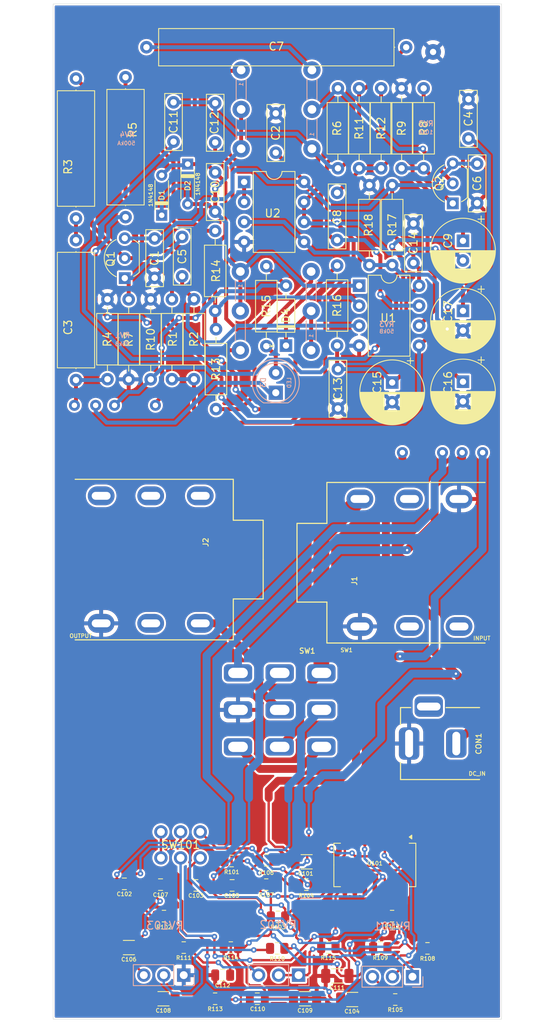
<source format=kicad_pcb>
(kicad_pcb (version 20240108) (generator "pcbnew") (generator_version "8.0")
  (layers (0 "F.Cu" signal) (31 "B.Cu" signal) (34 "B.Paste" user) (35 "F.Paste" user) (36 "B.SilkS" user "B.Silkscreen") (37 "F.SilkS" user "F.Silkscreen") (38 "B.Mask" user) (39 "F.Mask" user) (44 "Edge.Cuts" user))
  (net 0 "")
  (net 9 "GND")
  (net 10 "Net-(Q1-B)")
  (net 11 "Net-(C3-Pad2)")
  (net 12 "Net-(C3-Pad1)")
  (net 13 "Net-(Q1-E)")
  (net 14 "VB")
  (net 15 "Net-(U1A-+)")
  (net 16 "Net-(C11-Pad2)")
  (net 17 "Net-(C12-Pad2)")
  (net 18 "Net-(D1-K)")
  (net 19 "Net-(D1-A)")
  (net 20 "Net-(R14-Pad2)")
  (net 21 "Net-(R5-Pad1)")
  (net 22 "Net-(U1B-+)")
  (net 23 "Net-(U1B--)")
  (net 24 "Net-(C7-Pad2)")
  (net 25 "Net-(C7-Pad1)")
  (net 26 "Net-(Q2-B)")
  (net 27 "Net-(C9-Pad1)")
  (net 28 "Net-(Q2-E)")
  (net 29 "Net-(C9-Pad2)")
  (net 30 "Net-(D4-A)")
  (net 31 "Net-(D4-K)")
  (net 32 "VCC")
  (net 33 "Net-(D3-A)")
  (net 34 "Net-(D3-K)")
  (net 35 "Net-(U2A--)")
  (net 36 "Net-(U2A-+)")
  (net 37 "Net-(U101C-+)")
  (net 38 "/IN")
  (net 39 "VDD")
  (net 40 "Vr")
  (net 41 "Net-(U101B-+)")
  (net 42 "SEND")
  (net 43 "Net-(U101B--)")
  (net 44 "Net-(U101D--)")
  (net 45 "Net-(R112-Pad2)")
  (net 46 "Net-(C108-Pad2)")
  (net 47 "Net-(C106-Pad2)")
  (net 48 "Net-(C106-Pad1)")
  (net 49 "Net-(R111-Pad2)")
  (net 50 "Net-(R110-Pad1)")
  (net 51 "Net-(R110-Pad2)")
  (net 52 "Net-(R108-Pad2)")
  (net 53 "/OUT")
  (net 54 "Net-(C104-Pad2)")
  (net 55 "Net-(R105-Pad2)")
  (net 56 "Net-(SW101B-A)")
  (net 57 "Net-(SW101A-B)")
  (net 58 "Net-(SW101A-A)")
  (net 59 "Net-(U101A--)")
  (net 60 "Net-(C103-Pad2)")
  (net 61 "Net-(SW101A-C)")
  (net 62 "Net-(SW101B-B)")
  (net 63 "BYPASS")
  (net 64 "Net-(SW1B-B)")
  (net 65 "Net-(SW1A-C)")
  (net 66 "LED-")
  (net 67 "RET")
  (footprint "Capacitor_THT:C_Rect_L7.0mm_W2.0mm_P5.00mm" (layer "F.Cu") (at -15.6 -34.7 -90)
    (property "Reference" "C1")
    (property "Value" "100n")
  )
  (footprint "Resistor_THT:R_Axial_DIN0207_L6.3mm_D2.5mm_P10.16mm_Horizontal" (layer "F.Cu") (at -13.4 -26.98 -90)
    (property "Reference" "R1")
    (property "Value" "510k")
  )
  (footprint "Connector_PinHeader_2.54mm:PinHeader_2x03_P2.54mm_Vertical" (layer "F.Cu") (at -9.8 40.7 -90)
    (property "Reference" "SW101")
    (property "Value" "SW101" (hide yes))
  )
  (footprint "Resistor_SMD:R_0805_2012Metric" (layer "F.Cu") (at 0.0875 51.5)
    (property "Reference" "R103")
    (property "Value" "1M")
  )
  (footprint "Capacitor_THT:C_Rect_L7.0mm_W2.0mm_P5.00mm" (layer "F.Cu") (at 7.6 -40.5 -90)
    (property "Reference" "C8")
    (property "Value" "47p")
  )
  (footprint "Resistor_SMD:R_0805_2012Metric" (layer "F.Cu") (at -1.4125 44.3)
    (property "Reference" "R106")
    (property "Value" "1M")
  )
  (footprint "myFoot:my_WirePad_0-8mmDrill" (layer "F.Cu") (at 19.8 -58.4)
    (property "Reference" "J99" (hide yes))
    (property "Value" "GND" (hide yes))
  )
  (footprint "Capacitor_THT:C_Rect_L7.0mm_W2.0mm_P5.00mm" (layer "F.Cu") (at 17.3 -36.6 -90)
    (property "Reference" "C14")
    (property "Value" "100n")
  )
  (footprint "myFoot:my_sw_3pdt" (layer "F.Cu") (at 0.3 25.2 -90)
    (property "Reference" "SW1")
    (property "Value" "SW1")
  )
  (footprint "Capacitor_THT:C_Rect_L7.0mm_W2.0mm_P5.00mm" (layer "F.Cu") (at 7.7 -18.1 -90)
    (property "Reference" "C13")
    (property "Value" "100n")
  )
  (footprint "Capacitor_SMD:C_1206_3216Metric" (layer "F.Cu") (at 7.625 59)
    (property "Reference" "C111")
    (property "Value" "10u")
  )
  (footprint "Resistor_SMD:R_0805_2012Metric" (layer "F.Cu") (at -11.9 55.4)
    (property "Reference" "R111")
    (property "Value" "100R")
  )
  (footprint "Capacitor_THT:CP_Radial_D8.0mm_P2.50mm" (layer "F.Cu") (at 14.6 -16.4 -90)
    (property "Reference" "C15")
    (property "Value" "47u")
  )
  (footprint "Resistor_THT:R_Axial_DIN0207_L6.3mm_D2.5mm_P10.16mm_Horizontal" (layer "F.Cu") (at 14.6 -41.48 -90)
    (property "Reference" "R17")
    (property "Value" "10k")
  )
  (footprint "Capacitor_THT:CP_Radial_D8.0mm_P2.50mm" (layer "F.Cu") (at 23.6 -25.5 -90)
    (property "Reference" "C17")
    (property "Value" "47u")
  )
  (footprint "myFoot:my_Phone_Jack_Daier" (layer "F.Cu") (at -28 6.1)
    (property "Reference" "J2")
    (property "Value" "OUTPUT")
  )
  (footprint "Resistor_THT:R_Axial_DIN0207_L6.3mm_D2.5mm_P10.16mm_Horizontal" (layer "F.Cu") (at 10.4 -53.78 -90)
    (property "Reference" "R11")
    (property "Value" "3.3k")
  )
  (footprint "Capacitor_SMD:C_1206_3216Metric" (layer "F.Cu") (at 3.525 61.9)
    (property "Reference" "C109")
    (property "Value" "10u")
  )
  (footprint "Package_SO:SO-14_5.3x10.2mm_P1.27mm" (layer "F.Cu") (at 12.395 44.9 -90)
    (property "Reference" "U101")
    (property "Value" "TL074C")
  )
  (footprint "Capacitor_THT:C_Rect_L7.0mm_W2.0mm_P5.00mm" (layer "F.Cu") (at -0.2 -50.6 -90)
    (property "Reference" "C2")
    (property "Value" "100n")
  )
  (footprint "Capacitor_THT:C_Rect_L7.0mm_W2.0mm_P5.00mm" (layer "F.Cu") (at -7.9 -43.1 -90)
    (property "Reference" "C10")
    (property "Value" "100p")
  )
  (footprint "Resistor_SMD:R_0805_2012Metric" (layer "F.Cu") (at 6.4875 55.4)
    (property "Reference" "R115")
    (property "Value" "10k")
  )
  (footprint "Resistor_THT:R_Axial_DIN0414_L11.9mm_D4.5mm_P15.24mm_Horizontal" (layer "F.Cu") (at -19.3 -55.19 -90)
    (property "Reference" "R5")
    (property "Value" "680R")
  )
  (footprint "Capacitor_THT:C_Rect_L7.0mm_W2.0mm_P5.00mm" (layer "F.Cu") (at -7.9 -51.9 -90)
    (property "Reference" "C12")
    (property "Value" "47n")
  )
  (footprint "Capacitor_SMD:C_0805_2012Metric" (layer "F.Cu") (at -5.75 47.5)
    (property "Reference" "C105")
    (property "Value" "1u")
  )
  (footprint "Package_DIP:DIP-8_W7.62mm" (layer "F.Cu") (at -4.22 -41.88)
    (property "Reference" "U2")
    (property "Value" "NJM4558DD")
  )
  (footprint "Resistor_SMD:R_0805_2012Metric" (layer "F.Cu") (at 14.9875 62)
    (property "Reference" "R105")
    (property "Value" "100R")
  )
  (footprint "Capacitor_THT:C_Rect_L7.0mm_W2.0mm_P5.00mm" (layer "F.Cu") (at -12.1 -34.9 -90)
    (property "Reference" "C5")
    (property "Value" "1u")
  )
  (footprint "Capacitor_SMD:C_1206_3216Metric" (layer "F.Cu") (at 3.725 44.5)
    (property "Reference" "C101")
    (property "Value" "10u")
  )
  (footprint "Diode_THT:D_DO-35_SOD27_P7.62mm_Horizontal" (layer "F.Cu") (at 1.1 -21.09 90)
    (property "Reference" "D4")
    (property "Value" "1N4007")
  )
  (footprint "Resistor_THT:R_Axial_DIN0414_L11.9mm_D4.5mm_P15.24mm_Horizontal" (layer "F.Cu") (at -25.6 -55.02 -90)
    (property "Reference" "R3")
    (property "Value" "1k")
  )
  (footprint "Resistor_SMD:R_0805_2012Metric" (layer "F.Cu") (at 3.6875 47.4)
    (property "Reference" "R104")
    (property "Value" "220k")
  )
  (footprint "Resistor_SMD:R_0805_2012Metric" (layer "F.Cu") (at -7.9125 61.9)
    (property "Reference" "R113")
    (property "Value" "100k")
  )
  (footprint "Resistor_THT:R_Axial_DIN0207_L6.3mm_D2.5mm_P10.16mm_Horizontal" (layer "F.Cu") (at -10.6 -26.98 -90)
    (property "Reference" "R2")
    (property "Value" "510k")
  )
  (footprint "Resistor_THT:R_Axial_DIN0207_L6.3mm_D2.5mm_P10.16mm_Horizontal" (layer "F.Cu") (at -7.9 -25.5 90)
    (property "Reference" "R14")
    (property "Value" "10k")
  )
  (footprint "myFoot:my_conn" (layer "F.Cu") (at -20.7 -13.5)
    (property "Reference" "CN4" (hide yes))
    (property "Value" "OUT")
  )
  (footprint "Package_TO_SOT_THT:TO-92_Inline_Wide" (layer "F.Cu") (at -19.4 -29.66 90)
    (property "Reference" "Q1")
    (property "Value" "MPSA18")
  )
  (footprint "Resistor_SMD:R_0805_2012Metric" (layer "F.Cu") (at 13.0875 55.4)
    (property "Reference" "R109")
    (property "Value" "100k")
  )
  (footprint "myFoot:my_D_P5.08mm_Horizontal" (layer "F.Cu") (at -11.4 -44.15 -90)
    (property "Reference" "D2")
    (property "Value" "1N4148")
  )
  (footprint "Resistor_THT:R_Axial_DIN0207_L6.3mm_D2.5mm_P10.16mm_Horizontal" (layer "F.Cu") (at 7.7 -53.78 -90)
    (property "Reference" "R6")
    (property "Value" "510k")
  )
  (footprint "myFoot:my_conn" (layer "F.Cu") (at -25.8 -13.5)
    (property "Reference" "CN3" (hide yes))
    (property "Value" "IN")
  )
  (footprint "Capacitor_THT:CP_Radial_D8.0mm_P2.50mm" (layer "F.Cu") (at 23.6 -34.4 -90)
    (property "Reference" "C9")
    (property "Value" "10u")
  )
  (footprint "Capacitor_SMD:C_0805_2012Metric" (layer "F.Cu") (at -14.85 47.4)
    (property "Reference" "C107")
    (property "Value" "47n")
  )
  (footprint "Package_DIP:DIP-8_W7.62mm" (layer "F.Cu") (at 10.4 -28.7)
    (property "Reference" "U1")
    (property "Value" "LM1458N")
  )
  (footprint "Capacitor_THT:CP_Radial_D8.0mm_P2.50mm" (layer "F.Cu") (at 23.6 -16.5 -90)
    (property "Reference" "C16")
    (property "Value" "47u")
  )
  (footprint "Resistor_SMD:R_0805_2012Metric" (layer "F.Cu") (at -1.4125 47.4)
    (property "Reference" "R107")
    (property "Value" "1M")
  )
  (footprint "myFoot:my_conn" (layer "F.Cu") (at -23.1 -13.5)
    (property "Reference" "CN2" (hide yes))
    (property "Value" "LED")
  )
  (footprint "Capacitor_SMD:C_0805_2012Metric" (layer "F.Cu") (at -2.55 61.9)
    (property "Reference" "C110")
    (property "Value" "100n")
  )
  (footprint "Resistor_THT:R_Axial_DIN0207_L6.3mm_D2.5mm_P10.16mm_Horizontal" (layer "F.Cu") (at 11.7 -41.48 -90)
    (property "Reference" "R18")
    (property "Value" "10k")
  )
  (footprint "myFoot:my_Phone_Jack_Daier" (layer "F.Cu") (at 28.7 6.5 180)
    (property "Reference" "J1")
    (property "Value" "INPUT")
  )
  (footprint "Capacitor_SMD:C_1206_3216Metric" (layer "F.Cu") (at -14.475 61.9)
    (property "Reference" "C108")
    (property "Value" "10u")
  )
  (footprint "Resistor_THT:R_Axial_DIN0207_L6.3mm_D2.5mm_P10.16mm_Horizontal" (layer "F.Cu") (at 18.6 -53.78 -90)
    (property "Reference" "R8")
    (property "Value" "100R")
  )
  (footprint "Capacitor_THT:C_Rect_L7.0mm_W2.0mm_P5.00mm" (layer "F.Cu") (at -13.2 -52 -90)
    (property "Reference" "C11")
    (property "Value" "1u")
  )
  (footprint "Resistor_THT:R_Axial_DIN0207_L6.3mm_D2.5mm_P10.16mm_Horizontal" (layer "F.Cu") (at -16.1 -26.96 -90)
    (property "Reference" "R10")
    (property "Value" "100k")
  )
  (footprint "Resistor_THT:R_Axial_DIN0414_L11.9mm_D4.5mm_P15.24mm_Horizontal" (layer "F.Cu") (at -16.64 -59)
    (property "Reference" "C7")
    (property "Value" "1u")
  )
  (footprint "Capacitor_SMD:C_1206_3216Metric" (layer "F.Cu") (at 9.525 62)
    (property "Reference" "C104")
    (property "Value" "10u")
  )
  (footprint "Resistor_THT:R_Axial_DIN0207_L6.3mm_D2.5mm_P10.16mm_Horizontal" (layer "F.Cu") (at -21.6 -26.98 -90)
    (property "Reference" "R4")
    (property "Value" "1M")
  )
  (footprint "Resistor_SMD:R_0805_2012Metric" (layer "F.Cu") (at -14.4125 51.4)
    (property "Reference" "R102")
    (property "Value" "1M")
  )
  (footprint "Resistor_THT:R_Axial_DIN0207_L6.3mm_D2.5mm_P10.16mm_Horizontal" (layer "F.Cu") (at -18.9 -26.96 -90)
    (property "Reference" "R7")
    (property "Value" "10k")
  )
  (footprint "Capacitor_THT:C_Rect_L7.0mm_W2.0mm_P5.00mm" (layer "F.Cu") (at 24.3 -52.4 -90)
    (property "Reference" "C4")
    (property "Value" "10n")
  )
  (footprint "Capacitor_SMD:C_0805_2012Metric" (layer "F.Cu") (at -10.35 47.5)
    (property "Reference" "C103")
    (property "Value" "1u")
  )
  (footprint "Resistor_SMD:R_0805_2012Metric" (layer "F.Cu") (at 19.0875 55.5)
    (property "Reference" "R108")
    (property "Value" "620R")
  )
  (footprint "Resistor_SMD:R_0805_2012Metric" (layer "F.Cu") (at 14.5875 51.4)
    (property "Reference" "R112")
    (property "Value" "470k")
  )
  (footprint "Resistor_THT:R_Axial_DIN0207_L6.3mm_D2.5mm_P10.16mm_Horizontal" (layer "F.Cu") (at -7.8 -23.18 -90)
    (property "Reference" "R13")
    (property "Value" "3.3k")
  )
  (footprint "Resistor_SMD:R_0805_2012Metric" (layer "F.Cu") (at -5.9125 55.4)
    (property "Reference" "R114")
    (property "Value" "10k")
  )
  (footprint "myFoot:my_DC_Jack" (layer "F.Cu") (at 30.25 29.475 180)
    (property "Reference" "CON1")
    (property "Value" "DC_IN")
  )
  (footprint "Package_TO_SOT_THT:TO-92_Inline_Wide" (layer "F.Cu") (at 22.3 -39.16 90)
    (property "Reference" "Q2")
    (property "Value" "MPSA18")
  )
  (footprint "Capacitor_SMD:C_0805_2012Metric" (layer "F.Cu") (at -6.95 58.9)
    (property "Reference" "C112")
    (property "Value" "100n")
  )
  (footprint "Resistor_THT:R_Axial_DIN0207_L6.3mm_D2.5mm_P10.16mm_Horizontal" (layer "F.Cu") (at 13.2 -53.78 -90)
    (property "Reference" "R12")
    (property "Value" "1.8k")
  )
  (footprint "Resistor_THT:R_Axial_DIN0207_L6.3mm_D2.5mm_P10.16mm_Horizontal" (layer "F.Cu") (at 7.6 -31.26 -90)
    (property "Reference" "R16")
    (property "Value" "100R")
  )
  (footprint "Capacitor_SMD:C_1206_3216Metric" (layer "F.Cu") (at -18.875 55.4)
    (property "Reference" "C106")
    (property "Value" "10u")
  )
  (footprint "myFoot:my_conn" (layer "F.Cu") (at -15.5 -13.5)
    (property "Reference" "CN1" (hide yes))
    (property "Value" "006")
  )
  (footprint "Resistor_SMD:R_0805_2012Metric" (layer "F.Cu") (at -5.8125 44.4)
    (property "Reference" "R101")
    (property "Value" "220k")
  )
  (footprint "Capacitor_THT:C_Rect_L7.0mm_W2.0mm_P5.00mm" (layer "F.Cu") (at 25.4 -44.2 -90)
    (property "Reference" "C6")
    (property "Value" "100n")
  )
  (footprint "Capacitor_SMD:C_0805_2012Metric" (layer "F.Cu") (at -19.45 47.3)
    (property "Reference" "C102")
    (property "Value" "1u")
  )
  (footprint "Resistor_THT:R_Axial_DIN0207_L6.3mm_D2.5mm_P10.16mm_Horizontal" (layer "F.Cu") (at -1.4 -31.18 -90)
    (property "Reference" "R15")
    (property "Value" "4.7k")
  )
  (footprint "Resistor_THT:R_Axial_DIN0414_L11.9mm_D4.5mm_P15.24mm_Horizontal" (layer "F.Cu") (at -25.6 -34.49 -90)
    (property "Reference" "C3")
    (property "Value" "100n")
  )
  (footprint "myFoot:my_D_P5.08mm_Horizontal" (layer "F.Cu") (at -14.7 -37.65 90)
    (property "Reference" "D1")
    (property "Value" "1N4148")
  )
  (footprint "Resistor_SMD:R_0805_2012Metric" (layer "F.Cu") (at -0.0125 55.5)
    (property "Reference" "R110")
    (property "Value" "100R")
  )
  (footprint "Resistor_THT:R_Axial_DIN0207_L6.3mm_D2.5mm_P10.16mm_Horizontal" (layer "F.Cu") (at 15.8 -53.78 -90)
    (property "Reference" "R9")
    (property "Value" "10k")
  )
  (footprint "Connector_PinHeader_2.54mm:PinHeader_1x03_P2.54mm_Vertical" (layer "B.Cu") (at -11.9 58.9 90)
    (property "Reference" "RV103")
    (property "Value" "10kA")
  )
  (footprint "Connector_PinHeader_2.54mm:PinHeader_1x03_P2.54mm_Vertical" (layer "B.Cu") (at 2.7 58.9 90)
    (property "Reference" "RV102")
    (property "Value" "25kB")
  )
  (footprint "myFoot:my_pot_5mm" (layer "B.Cu") (at -4.6 -51.1 -90)
    (property "Reference" "RV4")
    (property "Value" "500kA")
  )
  (footprint "myFoot:my_pot_5mm" (layer "B.Cu") (at -4.7 -25.5 -90)
    (property "Reference" "RV1")
    (property "Value" "25kB")
  )
  (footprint "myFoot:my_pot_5mm" (layer "B.Cu") (at 4.4 -51.1 90)
    (property "Reference" "RV2")
    (property "Value" "10kA")
  )
  (footprint "Connector_PinHeader_2.54mm:PinHeader_1x03_P2.54mm_Vertical" (layer "B.Cu") (at 17.18 59.1 90)
    (property "Reference" "RV101")
    (property "Value" "25kB")
  )
  (footprint "myFoot:my_pot_5mm" (layer "B.Cu") (at 4.3 -25.4962 90)
    (property "Reference" "RV3")
    (property "Value" "50kB")
  )
  (footprint "myFoot:my_LED_5mm" (layer "B.Cu") (at -0.2 -16.37 90)
    (property "Reference" "D3")
    (property "Value" "LED")
  )
  (gr_rect (start -28.5 -64.5) (end 28.5 64.5) (stroke (width 0.05)) (fill none) (layer "Edge.Cuts"))
  (segment (start -19.4 -32.2) (end -16.2 -32.2) (width 0.5) (layer "F.Cu") (net 10))
  (segment (start -13.4 -29.4) (end -13.4 -26.98) (width 0.5) (layer "F.Cu") (net 10))
  (segment (start -25.6 -55.02) (end -23.6 -53.02) (width 0.5) (layer "F.Cu") (net 10))
  (segment (start -23.6 -36.4) (end -19.4 -32.2) (width 0.5) (layer "F.Cu") (net 10))
  (segment (start -23.6 -53.02) (end -23.6 -36.4) (width 0.5) (layer "F.Cu") (net 10))
  (segment (start -16.2 -32.2) (end -13.4 -29.4) (width 0.5) (layer "F.Cu") (net 10))
  (segment (start -25.6 -16.71) (end -25.6 -13.7) (width 0.5) (layer "F.Cu") (net 11))
  (segment (start -25.6 -13.7) (end -25.8 -13.5) (width 0.5) (layer "F.Cu") (net 11))
  (segment (start -25.6 -16.71) (end -21.71 -16.71) (width 0.5) (layer "B.Cu") (net 11))
  (segment (start -21.71 -16.71) (end -21.6 -16.82) (width 0.5) (layer "B.Cu") (net 11))
  (segment (start -25.6 -34.49) (end -25.6 -37.24) (width 0.5) (layer "F.Cu") (net 12))
  (segment (start -18.9 -29.16) (end -19.4 -29.66) (width 0.5) (layer "F.Cu") (net 13))
  (segment (start -18.9 -26.96) (end -18.9 -29.16) (width 0.5) (layer "F.Cu") (net 13))
  (segment (start -19.4 -29.66) (end -18.54 -29.66) (width 0.5) (layer "B.Cu") (net 13))
  (segment (start -16 -32.2) (end -14.6 -32.2) (width 0.5) (layer "B.Cu") (net 13))
  (segment (start -12.1 -34.7) (end -12.1 -34.9) (width 0.5) (layer "B.Cu") (net 13))
  (segment (start -14.6 -32.2) (end -12.1 -34.7) (width 0.5) (layer "B.Cu") (net 13))
  (segment (start -18.54 -29.66) (end -16 -32.2) (width 0.5) (layer "B.Cu") (net 13))
  (segment (start 5.2 -41.14) (end 3.4 -39.34) (width 0.5) (layer "F.Cu") (net 14))
  (segment (start 20.7 -32.8) (end 20.7 -31.2) (width 0.5) (layer "F.Cu") (net 14))
  (segment (start 23.6 -28.3) (end 23.6 -25.5) (width 0.5) (layer "F.Cu") (net 14))
  (segment (start 4.4 -45.8) (end 5.2 -45) (width 0.5) (layer "F.Cu") (net 14))
  (segment (start 8.02 -43.62) (end 13.2 -48.8) (width 0.5) (layer "F.Cu") (net 14))
  (segment (start 1.7 -11.3) (end 6.1 -15.7) (width 0.5) (layer "F.Cu") (net 14))
  (segment (start 6.1 -15.7) (end 6.1 -27.2) (width 0.5) (layer "F.Cu") (net 14))
  (segment (start 5.2 -45) (end 5.2 -41.14) (width 0.5) (layer "F.Cu") (net 14))
  (segment (start 20.1 -33.4) (end 20.7 -32.8) (width 0.5) (layer "F.Cu") (net 14))
  (segment (start 4.4 -46.0962) (end 4.4 -45.8) (width 0.5) (layer "F.Cu") (net 14))
  (segment (start -8.9 -11.3) (end 1.7 -11.3) (width 0.5) (layer "F.Cu") (net 14))
  (segment (start -10.6 -13) (end -8.9 -11.3) (width 0.5) (layer "F.Cu") (net 14))
  (segment (start 9.7 -34.5) (end 7.6 -36.6) (width 0.5) (layer "F.Cu") (net 14))
  (segment (start 9.7 -30.8) (end 9.7 -34.5) (width 0.5) (layer "F.Cu") (net 14))
  (segment (start 3.4 -36.8) (end 3.4 -39.34) (width 0.5) (layer "F.Cu") (net 14))
  (segment (start 6.1 -27.2) (end 9.7 -30.8) (width 0.5) (layer "F.Cu") (net 14))
  (segment (start 20.7 -31.2) (end 23.6 -28.3) (width 0.5) (layer "F.Cu") (net 14))
  (segment (start 13.2 -48.8) (end 13.2 -53.78) (width 0.5) (layer "F.Cu") (net 14))
  (segment (start 7.7 -43.62) (end 8.02 -43.62) (width 0.5) (layer "F.Cu") (net 14))
  (segment (start -10.6 -16.82) (end -10.6 -13) (width 0.5) (layer "F.Cu") (net 14))
  (via (at 20.1 -33.4) (size 0.8) (drill 0.4) (layers "F.Cu" "B.Cu") (net 14))
  (via (at 7.6 -36.6) (size 0.8) (drill 0.4) (layers "F.Cu" "B.Cu") (net 14))
  (segment (start 10.4 -36.6) (end 14.2 -32.8) (width 0.5) (layer "B.Cu") (net 14))
  (segment (start 4.4 -46.0962) (end 2.4962 -48) (width 0.5) (layer "B.Cu") (net 14))
  (segment (start 15.9 -32.8) (end 16.2 -33.1) (width 0.5) (layer "B.Cu") (net 14))
  (segment (start -10.6 -16.82) (end -13.4 -16.82) (width 0.5) (layer "B.Cu") (net 14))
  (segment (start 15.7 -32.8) (end 15.9 -32.8) (width 0.5) (layer "B.Cu") (net 14))
  (segment (start 16.1 -33) (end 16.5 -33.4) (width 0.5) (layer "B.Cu") (net 14))
  (segment (start -7.9 -50.8) (end -7.9 -51.9) (width 0.5) (layer "B.Cu") (net 14))
  (segment (start -5.1 -48) (end -7.9 -50.8) (width 0.5) (layer "B.Cu") (net 14))
  (segment (start 16.2 -33.1) (end 16.1 -33) (width 0.5) (layer "B.Cu") (net 14))
  (segment (start 2.4962 -48) (end -5.1 -48) (width 0.5) (layer "B.Cu") (net 14))
  (segment (start 16.5 -33.4) (end 20.1 -33.4) (width 0.5) (layer "B.Cu") (net 14))
  (segment (start 7.6 -36.6) (end 10.4 -36.6) (width 0.5) (layer "B.Cu") (net 14))
  (segment (start 7.52 -43.8) (end 7.7 -43.62) (width 0.5) (layer "B.Cu") (net 14))
  (segment (start 4.4 -46.0962) (end 6.6962 -43.8) (width 0.5) (layer "B.Cu") (net 14))
  (segment (start 3.4 -36.8) (end 4 -36.8) (width 0.5) (layer "B.Cu") (net 14))
  (segment (start 14.2 -32.8) (end 15.7 -32.8) (width 0.5) (layer "B.Cu") (net 14))
  (segment (start 6.6962 -43.8) (end 7.52 -43.8) (width 0.5) (layer "B.Cu") (net 14))
  (segment (start -8 -52) (end -7.9 -51.9) (width 0.5) (layer "B.Cu") (net 14))
  (segment (start 4 -36.8) (end 4.2 -36.6) (width 0.5) (layer "B.Cu") (net 14))
  (segment (start 4.2 -36.6) (end 7.6 -36.6) (width 0.5) (layer "B.Cu") (net 14))
  (segment (start -13.2 -52) (end -8 -52) (width 0.5) (layer "B.Cu") (net 14))
  (segment (start -12.1 -29.9) (end -12.1 -28.48) (width 0.5) (layer "F.Cu") (net 15))
  (segment (start -12.1 -28.48) (end -10.6 -26.98) (width 0.5) (layer "F.Cu") (net 15))
  (segment (start -11.4 -23.5) (end -9.4 -21.5) (width 0.5) (layer "B.Cu") (net 15))
  (segment (start -9.4 -21.5) (end -7.2 -21.5) (width 0.5) (layer "B.Cu") (net 15))
  (segment (start -10.6 -26.98) (end -11.4 -26.18) (width 0.5) (layer "B.Cu") (net 15))
  (segment (start -7.2 -21.5) (end -5.08 -23.62) (width 0.5) (layer "B.Cu") (net 15))
  (segment (start -5.08 -23.62) (end 10.4 -23.62) (width 0.5) (layer "B.Cu") (net 15))
  (segment (start -11.4 -26.18) (end -11.4 -23.5) (width 0.5) (layer "B.Cu") (net 15))
  (segment (start -5.3 -17.4) (end -7.1 -19.2) (width 0.5) (layer "F.Cu") (net 16))
  (segment (start 4.3 -25.4962) (end 2.6 -23.7962) (width 0.5) (layer "F.Cu") (net 16))
  (segment (start 2.6 -19.8) (end 2.4 -19.6) (width 0.5) (layer "F.Cu") (net 16))
  (segment (start 2.4 -19.6) (end 2.3 -19.5) (width 0.5) (layer "F.Cu") (net 16))
  (segment (start 4.3 -25.4962) (end 4.3 -20.4924) (width 0.5) (layer "F.Cu") (net 16))
  (segment (start 2.6 -23.7962) (end 2.6 -19.8) (width 0.5) (layer "F.Cu") (net 16))
  (segment (start 2.3 -19.5) (end 2.3 -13.9) (width 0.5) (layer "F.Cu") (net 16))
  (segment (start 2.3 -13.9) (end 1.5 -13.1) (width 0.5) (layer "F.Cu") (net 16))
  (segment (start -5.3 -15.5) (end -5.3 -17.4) (width 0.5) (layer "F.Cu") (net 16))
  (segment (start 1.5 -13.1) (end 1.4 -13) (width 0.5) (layer "F.Cu") (net 16))
  (segment (start 1.4 -13) (end -2.8 -13) (width 0.5) (layer "F.Cu") (net 16))
  (via (at -5.3 -15.5) (size 0.8) (drill 0.4) (layers "F.Cu" "B.Cu") (net 16))
  (via (at -7.1 -19.2) (size 0.8) (drill 0.4) (layers "F.Cu" "B.Cu") (net 16))
  (via (at -2.8 -13) (size 0.8) (drill 0.4) (layers "F.Cu" "B.Cu") (net 16))
  (segment (start -13.2 -46.6) (end -13.2 -47) (width 0.5) (layer "B.Cu") (net 16))
  (segment (start -7.3 -19.4) (end -18.5 -19.4) (width 0.5) (layer "B.Cu") (net 16))
  (segment (start -7.1 -19.2) (end -7.3 -19.4) (width 0.5) (layer "B.Cu") (net 16))
  (segment (start -18.5 -19.4) (end -24.6 -25.5) (width 0.5) (layer "B.Cu") (net 16))
  (segment (start -23.3 -36.5) (end -13.2 -46.6) (width 0.5) (layer "B.Cu") (net 16))
  (segment (start -23.3 -34.4) (end -23.3 -36.5) (width 0.5) (layer "B.Cu") (net 16))
  (segment (start -24.6 -25.5) (end -24.6 -33.1) (width 0.5) (layer "B.Cu") (net 16))
  (segment (start -2.8 -13) (end -5.3 -15.5) (width 0.5) (layer "B.Cu") (net 16))
  (segment (start -24.6 -33.1) (end -23.3 -34.4) (width 0.5) (layer "B.Cu") (net 16))
  (segment (start 2.15 -27.05) (end 4.3 -29.2) (width 0.5) (layer "F.Cu") (net 17))
  (segment (start -6.5 -24.5) (end -5.1 -23.1) (width 0.5) (layer "F.Cu") (net 17))
  (segment (start -1.5 -25.8) (end -0.25 -27.05) (width 0.5) (layer "F.Cu") (net 17))
  (segment (start -7.9 -45.4) (end -7.5 -45) (width 0.5) (layer "F.Cu") (net 17))
  (segment (start -0.25 -27.05) (end 2.15 -27.05) (width 0.5) (layer "F.Cu") (net 17))
  (segment (start -6.5 -32.7) (end -6.5 -24.5) (width 0.5) (layer "F.Cu") (net 17))
  (segment (start -4.68 -13.02) (end -2.9 -14.8) (width 0.5) (layer "F.Cu") (net 17))
  (segment (start -3.7 -23.1) (end -1.5 -25.3) (width 0.5) (layer "F.Cu") (net 17))
  (segment (start -5.7 -44) (end -5.7 -33.5) (width 0.5) (layer "F.Cu") (net 17))
  (segment (start -7.9 -46.9) (end -7.9 -45.4) (width 0.5) (layer "F.Cu") (net 17))
  (segment (start -7.8 -13.02) (end -4.68 -13.02) (width 0.5) (layer "F.Cu") (net 17))
  (segment (start 4.3 -29.2) (end 4.3 -30.5) (width 0.5) (layer "F.Cu") (net 17))
  (segment (start -6.7 -45) (end -5.7 -44) (width 0.5) (layer "F.Cu") (net 17))
  (segment (start -2.9 -14.8) (end -2.9 -22) (width 0.5) (layer "F.Cu") (net 17))
  (segment (start -7.5 -45) (end -6.7 -45) (width 0.5) (layer "F.Cu") (net 17))
  (segment (start -2.9 -22) (end 2.15 -27.05) (width 0.5) (layer "F.Cu") (net 17))
  (segment (start -5.1 -23.1) (end -3.7 -23.1) (width 0.5) (layer "F.Cu") (net 17))
  (segment (start -1.5 -25.3) (end -1.5 -25.8) (width 0.5) (layer "F.Cu") (net 17))
  (segment (start -5.7 -33.5) (end -6.5 -32.7) (width 0.5) (layer "F.Cu") (net 17))
  (segment (start -4.6 -51.1) (end -4.6 -46.0962) (width 0.5) (layer "F.Cu") (net 18))
  (segment (start -4.7 -30.5038) (end -4.7 -25.5) (width 0.5) (layer "F.Cu") (net 18))
  (segment (start -11.4 -39.07) (end -8.87 -39.07) (width 0.5) (layer "F.Cu") (net 18))
  (segment (start -8.87 -39.07) (end -7.9 -38.1) (width 0.5) (layer "F.Cu") (net 18))
  (segment (start -7.9 -41) (end -7.9 -38.1) (width 0.5) (layer "F.Cu") (net 18))
  (via (at -7.9 -41) (size 0.8) (drill 0.4) (layers "F.Cu" "B.Cu") (net 18))
  (segment (start -6.6 -42.3) (end -7.9 -41) (width 0.5) (layer "B.Cu") (net 18))
  (segment (start -11.4 -39.07) (end -11.4 -41.4) (width 0.5) (layer "B.Cu") (net 18))
  (segment (start -6.6 -44.0962) (end -6.6 -42.3) (width 0.5) (layer "B.Cu") (net 18))
  (segment (start -13 -41.4) (end -14.7 -39.7) (width 0.5) (layer "B.Cu") (net 18))
  (segment (start -4.6 -46.0962) (end -6.6 -44.0962) (width 0.5) (layer "B.Cu") (net 18))
  (segment (start -4.4962 -30.5038) (end -4.7 -30.5038) (width 0.5) (layer "B.Cu") (net 18))
  (segment (start -11.4 -41.4) (end -13 -41.4) (width 0.5) (layer "B.Cu") (net 18))
  (segment (start -2.2 -32.8) (end -4.4962 -30.5038) (width 0.5) (layer "B.Cu") (net 18))
  (segment (start 10.4 -28.7) (end 3.4 -28.7) (width 0.5) (layer "B.Cu") (net 18))
  (segment (start -14.7 -39.7) (end -14.7 -37.65) (width 0.5) (layer "B.Cu") (net 18))
  (segment (start -0.7 -32.8) (end -2.2 -32.8) (width 0.5) (layer "B.Cu") (net 18))
  (segment (start -6.5 -36.7) (end -6.5 -32.3038) (width 0.5) (layer "B.Cu") (net 18))
  (segment (start 3.4 -28.7) (end -0.7 -32.8) (width 0.5) (layer "B.Cu") (net 18))
  (segment (start -7.9 -38.1) (end -6.5 -36.7) (width 0.5) (layer "B.Cu") (net 18))
  (segment (start -6.5 -32.3038) (end -4.7 -30.5038) (width 0.5) (layer "B.Cu") (net 18))
  (segment (start -7.9 -25.5) (end -7.9 -23.28) (width 0.5) (layer "F.Cu") (net 19))
  (segment (start -7.9 -23.28) (end -7.8 -23.18) (width 0.5) (layer "F.Cu") (net 19))
  (segment (start -7.9 -43.1) (end -6.6 -41.8) (width 0.5) (layer "F.Cu") (net 19))
  (segment (start -11.4 -44.15) (end -8.95 -44.15) (width 0.5) (layer "F.Cu") (net 19))
  (segment (start -6.6 -41.8) (end -6.6 -35.1) (width 0.5) (layer "F.Cu") (net 19))
  (segment (start -7.9 -33.8) (end -7.9 -25.5) (width 0.5) (layer "F.Cu") (net 19))
  (segment (start -8.95 -44.15) (end -7.9 -43.1) (width 0.5) (layer "F.Cu") (net 19))
  (segment (start -6.6 -35.1) (end -7.9 -33.8) (width 0.5) (layer "F.Cu") (net 19))
  (segment (start -14.7 -42.73) (end -13.43 -44) (width 0.5) (layer "B.Cu") (net 19))
  (segment (start -11.55 -44) (end -11.4 -44.15) (width 0.5) (layer "B.Cu") (net 19))
  (segment (start -6.3 -27.2) (end 9.36 -27.2) (width 0.5) (layer "B.Cu") (net 19))
  (segment (start 9.36 -27.2) (end 10.4 -26.16) (width 0.5) (layer "B.Cu") (net 19))
  (segment (start -7.9 -25.5) (end -7.1 -26.3) (width 0.5) (layer "B.Cu") (net 19))
  (segment (start -7.1 -26.3) (end -7.1 -26.4) (width 0.5) (layer "B.Cu") (net 19))
  (segment (start -7.1 -26.4) (end -6.3 -27.2) (width 0.5) (layer "B.Cu") (net 19))
  (segment (start -13.43 -44) (end -11.55 -44) (width 0.5) (layer "B.Cu") (net 19))
  (segment (start -9.58 -35.68) (end -10.4 -36.5) (width 0.5) (layer "F.Cu") (net 20))
  (segment (start -13.2 -36.9) (end -13.2 -44.4) (width 0.5) (layer "F.Cu") (net 20))
  (segment (start -7.9 -35.68) (end -9.58 -35.68) (width 0.5) (layer "F.Cu") (net 20))
  (segment (start -12.8 -36.5) (end -13.2 -36.9) (width 0.5) (layer "F.Cu") (net 20))
  (segment (start -4.7038 -56) (end -4.6 -56.1038) (width 0.5) (layer "F.Cu") (net 20))
  (segment (start -14.9 -48.1) (end -14 -49) (width 0.5) (layer "F.Cu") (net 20))
  (segment (start -7.9 -56) (end -4.7038 -56) (width 0.5) (layer "F.Cu") (net 20))
  (segment (start -12.1 -49) (end -10.5 -50.6) (width 0.5) (layer "F.Cu") (net 20))
  (segment (start -10.5 -53.4) (end -7.9 -56) (width 0.5) (layer "F.Cu") (net 20))
  (segment (start -13.2 -44.4) (end -14.9 -46.1) (width 0.5) (layer "F.Cu") (net 20))
  (segment (start -10.4 -36.5) (end -12.8 -36.5) (width 0.5) (layer "F.Cu") (net 20))
  (segment (start -14 -49) (end -12.1 -49) (width 0.5) (layer "F.Cu") (net 20))
  (segment (start -14.9 -46.1) (end -14.9 -48.1) (width 0.5) (layer "F.Cu") (net 20))
  (segment (start -10.5 -50.6) (end -10.5 -53.4) (width 0.5) (layer "F.Cu") (net 20))
  (segment (start -19.3 -55.19) (end -19.3 -40) (width 0.5) (layer "F.Cu") (net 21))
  (segment (start -9.3 -21.3) (end -9.3 -29.1) (width 0.5) (layer "F.Cu") (net 21))
  (segment (start -19.3 -40) (end -17.2 -37.9) (width 0.5) (layer "F.Cu") (net 21))
  (segment (start -10.732233 -30.3) (end -13.532233 -33.1) (width 0.5) (layer "F.Cu") (net 21))
  (segment (start -17.2 -37.9) (end -17.2 -33.6) (width 0.5) (layer "F.Cu") (net 21))
  (segment (start -8.4962 -20.4962) (end -9.3 -21.3) (width 0.5) (layer "F.Cu") (net 21))
  (segment (start -10.5 -30.3) (end -10.732233 -30.3) (width 0.5) (layer "F.Cu") (net 21))
  (segment (start -13.532233 -33.1) (end -16.7 -33.1) (width 0.5) (layer "F.Cu") (net 21))
  (segment (start -17.2 -33.6) (end -16.7 -33.1) (width 0.5) (layer "F.Cu") (net 21))
  (segment (start -4.7 -20.4962) (end -8.4962 -20.4962) (width 0.5) (layer "F.Cu") (net 21))
  (segment (start -9.3 -29.1) (end -10.5 -30.3) (width 0.5) (layer "F.Cu") (net 21))
  (segment (start -23.1 -26.2) (end -21.6 -24.7) (width 0.5) (layer "F.Cu") (net 22))
  (segment (start 18.08 -21.08) (end 21.7 -24.7) (width 0.5) (layer "F.Cu") (net 22))
  (segment (start 18.02 -21.08) (end 18.08 -21.08) (width 0.5) (layer "F.Cu") (net 22))
  (segment (start -14.1 -24) (end -7.1 -17) (width 0.5) (layer "F.Cu") (net 22))
  (segment (start 21.7 -24.7) (end 21.7 -26) (width 0.5) (layer "F.Cu") (net 22))
  (segment (start -16.6 -24) (end -14.1 -24) (width 0.5) (layer "F.Cu") (net 22))
  (segment (start -7.1 -17) (end -7.1 -14.5) (width 0.5) (layer "F.Cu") (net 22))
  (segment (start -23.1 -33.1) (end -23.1 -26.2) (width 0.5) (layer "F.Cu") (net 22))
  (via (at -23.1 -33.1) (size 0.8) (drill 0.4) (layers "F.Cu" "B.Cu") (net 22))
  (via (at -16.6 -24) (size 0.8) (drill 0.4) (layers "F.Cu" "B.Cu") (net 22))
  (via (at -21.6 -24.7) (size 0.8) (drill 0.4) (layers "F.Cu" "B.Cu") (net 22))
  (via (at -7.1 -14.5) (size 0.8) (drill 0.4) (layers "F.Cu" "B.Cu") (net 22))
  (via (at 21.7 -26) (size 0.8) (drill 0.4) (layers "F.Cu" "B.Cu") (net 22))
  (segment (start -21.5 -36.2) (end -21.5 -34.7) (width 0.5) (layer "B.Cu") (net 22))
  (segment (start -21.5 -36.2) (end -20.29 -37.41) (width 0.5) (layer "B.Cu") (net 22))
  (segment (start 21.7 -26) (end 21.7 -26.1) (width 0.5) (layer "B.Cu") (net 22))
  (segment (start 26.9 -45.2) (end 24.7 -47.4) (width 0.5) (layer "B.Cu") (net 22))
  (segment (start -19.3 -37.41) (end -20.29 -37.41) (width 0.5) (layer "B.Cu") (net 22))
  (segment (start -4 -11.4) (end -7.1 -14.5) (width 0.5) (layer "B.Cu") (net 22))
  (segment (start 24.7 -47.4) (end 24.3 -47.4) (width 0.5) (layer "B.Cu") (net 22))
  (segment (start -21.6 -24.7) (end -17.3 -24.7) (width 0.5) (layer "B.Cu") (net 22))
  (segment (start 21.7 -26.1) (end 26.9 -31.3) (width 0.5) (layer "B.Cu") (net 22))
  (segment (start 16.2 -11.4) (end -4 -11.4) (width 0.5) (layer "B.Cu") (net 22))
  (segment (start 18.02 -19.62) (end 18 -19.6) (width 0.5) (layer "B.Cu") (net 22))
  (segment (start 18 -19.6) (end 18 -13.2) (width 0.5) (layer "B.Cu") (net 22))
  (segment (start 18.02 -21.08) (end 18.02 -19.62) (width 0.5) (layer "B.Cu") (net 22))
  (segment (start -21.5 -34.7) (end -23.1 -33.1) (width 0.5) (layer "B.Cu") (net 22))
  (segment (start 18 -13.2) (end 16.2 -11.4) (width 0.5) (layer "B.Cu") (net 22))
  (segment (start -17.3 -24.7) (end -16.6 -24) (width 0.5) (layer "B.Cu") (net 22))
  (segment (start 26.9 -31.3) (end 26.9 -45.2) (width 0.5) (layer "B.Cu") (net 22))
  (segment (start 20 -25.6) (end 20 -30.1) (width 0.5) (layer "F.Cu") (net 23))
  (segment (start 10.4 -43.62) (end 10.4 -43.3) (width 0.5) (layer "F.Cu") (net 23))
  (segment (start 17.2 -42.7) (end 17.2 -43.987767) (width 0.5) (layer "F.Cu") (net 23))
  (segment (start 10.4 -43.3) (end 7.6 -40.5) (width 0.5) (layer "F.Cu") (net 23))
  (segment (start 20 -30.1) (end 19.1 -31) (width 0.5) (layer "F.Cu") (net 23))
  (segment (start 19.1 -31) (end 19.1 -40.8) (width 0.5) (layer "F.Cu") (net 23))
  (segment (start 19.1 -40.8) (end 17.2 -42.7) (width 0.5) (layer "F.Cu") (net 23))
  (segment (start 16.187767 -45) (end 14.58 -45) (width 0.5) (layer "F.Cu") (net 23))
  (segment (start 14.58 -45) (end 13.2 -43.62) (width 0.5) (layer "F.Cu") (net 23))
  (segment (start 17.2 -43.987767) (end 16.187767 -45) (width 0.5) (layer "F.Cu") (net 23))
  (segment (start 18.02 -23.62) (end 20 -25.6) (width 0.5) (layer "F.Cu") (net 23))
  (segment (start 10.4 -43.62) (end 13.2 -43.62) (width 0.5) (layer "B.Cu") (net 23))
  (segment (start 6.3 -35.4) (end 7.2 -34.5) (width 0.5) (layer "F.Cu") (net 24))
  (segment (start 11.16 -53.78) (end 10.4 -53.78) (width 0.5) (layer "F.Cu") (net 24))
  (segment (start 16.38 -59) (end 11.16 -53.78) (width 0.5) (layer "F.Cu") (net 24))
  (segment (start 7.2 -34.5) (end 7.6 -34.5) (width 0.5) (layer "F.Cu") (net 24))
  (segment (start 13.1 -32.5) (end 12.6 -33) (width 0.5) (layer "F.Cu") (net 24))
  (segment (start 13.1 -27.6) (end 13.1 -32.5) (width 0.5) (layer "F.Cu") (net 24))
  (segment (start 10.4 -53.78) (end 10.4 -48.4) (width 0.5) (layer "F.Cu") (net 24))
  (segment (start 6.3 -44.3) (end 6.3 -35.4) (width 0.5) (layer "F.Cu") (net 24))
  (segment (start 10.4 -48.4) (end 6.3 -44.3) (width 0.5) (layer "F.Cu") (net 24))
  (via (at 12.6 -33) (size 0.8) (drill 0.4) (layers "F.Cu" "B.Cu") (net 24))
  (via (at 13.1 -27.6) (size 0.8) (drill 0.4) (layers "F.Cu" "B.Cu") (net 24))
  (segment (start 11.1 -34.5) (end 7.6 -34.5) (width 0.5) (layer "B.Cu") (net 24))
  (segment (start 12.6 -33) (end 11.1 -34.5) (width 0.5) (layer "B.Cu") (net 24))
  (segment (start 18.02 -26.16) (end 14.54 -26.16) (width 0.5) (layer "B.Cu") (net 24))
  (segment (start 14.54 -26.16) (end 13.1 -27.6) (width 0.5) (layer "B.Cu") (net 24))
  (segment (start 1.5 -59) (end 2.9 -57.6) (width 0.5) (layer "B.Cu") (net 25))
  (segment (start -16.64 -59) (end 1.5 -59) (width 0.5) (layer "B.Cu") (net 25))
  (segment (start 2.9038 -57.6) (end 4.4 -56.1038) (width 0.5) (layer "B.Cu") (net 25))
  (segment (start 2.9 -57.6) (end 2.9038 -57.6) (width 0.5) (layer "B.Cu") (net 25))
  (segment (start 20.5 -43.9) (end 20.5 -43.6) (width 0.5) (layer "F.Cu") (net 26))
  (segment (start 22.3 -41.8) (end 22.3 -41.7) (width 0.5) (layer "F.Cu") (net 26))
  (segment (start 20.5 -43.6) (end 22.3 -41.8) (width 0.5) (layer "F.Cu") (net 26))
  (segment (start 18.5 -45.9) (end 20.5 -43.9) (width 0.5) (layer "F.Cu") (net 26))
  (segment (start 18.5 -46.1) (end 18.5 -45.9) (width 0.5) (layer "F.Cu") (net 26))
  (via (at 18.5 -46.1) (size 0.8) (drill 0.4) (layers "F.Cu" "B.Cu") (net 26))
  (segment (start 6 -52.08) (end 7.7 -53.78) (width 0.5) (layer "B.Cu") (net 26))
  (segment (start 4.4 -51.1) (end 5.1 -51.1) (width 0.5) (layer "B.Cu") (net 26))
  (segment (start 5.1 -51.1) (end 6 -52) (width 0.5) (layer "B.Cu") (net 26))
  (segment (start 7.7 -53.78) (end 15.38 -46.1) (width 0.5) (layer "B.Cu") (net 26))
  (segment (start 6 -52) (end 6 -52.08) (width 0.5) (layer "B.Cu") (net 26))
  (segment (start 15.38 -46.1) (end 18.5 -46.1) (width 0.5) (layer "B.Cu") (net 26))
  (segment (start 18.6 -50.1) (end 23.6 -45.1) (width 0.5) (layer "F.Cu") (net 27))
  (segment (start 23.6 -45.1) (end 23.6 -34.4) (width 0.5) (layer "F.Cu") (net 27))
  (segment (start 18.6 -53.78) (end 18.6 -50.1) (width 0.5) (layer "F.Cu") (net 27))
  (segment (start 22.3 -39.16) (end 22.24 -39.16) (width 0.5) (layer "F.Cu") (net 28))
  (segment (start 20.3 -41.92) (end 18.6 -43.62) (width 0.5) (layer "F.Cu") (net 28))
  (segment (start 20.3 -41.1) (end 20.3 -41.92) (width 0.5) (layer "F.Cu") (net 28))
  (segment (start 22.24 -39.16) (end 20.3 -41.1) (width 0.5) (layer "F.Cu") (net 28))
  (segment (start 15.8 -43.62) (end 18.6 -43.62) (width 0.5) (layer "B.Cu") (net 28))
  (segment (start 15.1 -28) (end 15.1 -23.4) (width 0.5) (layer "F.Cu") (net 29))
  (segment (start 14.6 -33.7) (end 14.6 -33.4) (width 0.5) (layer "F.Cu") (net 29))
  (segment (start 16 -32) (end 16 -28.9) (width 0.5) (layer "F.Cu") (net 29))
  (segment (start 15.1 -28) (end 16 -28.9) (width 0.5) (layer "F.Cu") (net 29))
  (segment (start 14.6 -33.4) (end 16 -32) (width 0.5) (layer "F.Cu") (net 29))
  (segment (start 15.1 -23.4) (end 12.4 -20.7) (width 0.5) (layer "F.Cu") (net 29))
  (via (at 12.4 -20.7) (size 0.8) (drill 0.4) (layers "F.Cu" "B.Cu") (net 29))
  (via (at 14.6 -33.7) (size 0.8) (drill 0.4) (layers "F.Cu" "B.Cu") (net 29))
  (segment (start 6.3 -18.5) (end 5.5 -17.7) (width 0.5) (layer "B.Cu") (net 29))
  (segment (start 11.1 -19.4) (end 6.6 -19.4) (width 0.5) (layer "B.Cu") (net 29))
  (segment (start 6.3 -19.1) (end 6.3 -18.5) (width 0.5) (layer "B.Cu") (net 29))
  (segment (start -1.1 -19.3) (end -2.9 -17.5) (width 0.5) (layer "B.Cu") (net 29))
  (segment (start 15.4 -34.5) (end 21 -34.5) (width 0.5) (layer "B.Cu") (net 29))
  (segment (start -19 -15.2) (end -17.7 -15.2) (width 0.5) (layer "B.Cu") (net 29))
  (segment (start 1.4 -19.3) (end -1.1 -19.3) (width 0.5) (layer "B.Cu") (net 29))
  (segment (start 15.4 -34.5) (end 14.6 -33.7) (width 0.5) (layer "B.Cu") (net 29))
  (segment (start -14.6 -18.3) (end -16.1 -16.8) (width 0.5) (layer "B.Cu") (net 29))
  (segment (start 6.6 -19.4) (end 6.3 -19.1) (width 0.5) (layer "B.Cu") (net 29))
  (segment (start 3 -17.7) (end 1.4 -19.3) (width 0.5) (layer "B.Cu") (net 29))
  (segment (start -20.7 -13.5) (end -19 -15.2) (width 0.5) (layer "B.Cu") (net 29))
  (segment (start 5.5 -17.7) (end 3 -17.7) (width 0.5) (layer "B.Cu") (net 29))
  (segment (start 12.4 -20.7) (end 11.1 -19.4) (width 0.5) (layer "B.Cu") (net 29))
  (segment (start -17.7 -15.2) (end -16.1 -16.8) (width 0.5) (layer "B.Cu") (net 29))
  (segment (start -9.1 -18.3) (end -14.6 -18.3) (width 0.5) (layer "B.Cu") (net 29))
  (segment (start -8.3 -17.5) (end -9.1 -18.3) (width 0.5) (layer "B.Cu") (net 29))
  (segment (start -2.9 -17.5) (end -8.3 -17.5) (width 0.5) (layer "B.Cu") (net 29))
  (segment (start 23.6 -31.9) (end 21 -34.5) (width 0.5) (layer "B.Cu") (net 29))
  (segment (start -14.65 -20.75) (end -14.65 -14.65) (width 0.5) (layer "F.Cu") (net 30))
  (segment (start -1.4 -31.18) (end -1.37 -31.18) (width 0.5) (layer "F.Cu") (net 30))
  (segment (start -12.5 -24.6) (end -10.4 -24.6) (width 0.5) (layer "F.Cu") (net 30))
  (segment (start -14.65 -14.65) (end -15.5 -13.8) (width 0.5) (layer "F.Cu") (net 30))
  (segment (start -14.7 -20.8) (end -14.65 -20.75) (width 0.5) (layer "F.Cu") (net 30))
  (segment (start -1.37 -31.18) (end 1.1 -28.71) (width 0.5) (layer "F.Cu") (net 30))
  (segment (start -15.5 -13.8) (end -15.5 -13.5) (width 0.5) (layer "F.Cu") (net 30))
  (via (at -12.5 -24.6) (size 0.8) (drill 0.4) (layers "F.Cu" "B.Cu") (net 30))
  (via (at -10.4 -24.6) (size 0.8) (drill 0.4) (layers "F.Cu" "B.Cu") (net 30))
  (via (at -14.7 -20.8) (size 0.8) (drill 0.4) (layers "F.Cu" "B.Cu") (net 30))
  (segment (start -1.99 -28.71) (end 1.1 -28.71) (width 0.5) (layer "B.Cu") (net 30))
  (segment (start -2.7 -28) (end -1.99 -28.71) (width 0.5) (layer "B.Cu") (net 30))
  (segment (start -14.7 -22.4) (end -12.5 -24.6) (width 0.5) (layer "B.Cu") (net 30))
  (segment (start -7.167767 -28) (end -2.7 -28) (width 0.5) (layer "B.Cu") (net 30))
  (segment (start -9.4 -25.767767) (end -7.167767 -28) (width 0.5) (layer "B.Cu") (net 30))
  (segment (start -10.4 -24.6) (end -9.4 -25.6) (width 0.5) (layer "B.Cu") (net 30))
  (segment (start -9.4 -25.6) (end -9.4 -25.767767) (width 0.5) (layer "B.Cu") (net 30))
  (segment (start -14.7 -20.8) (end -14.7 -22.4) (width 0.5) (layer "B.Cu") (net 30))
  (segment (start 3.14 -26.8) (end 7.6 -31.26) (width 0.5) (layer "F.Cu") (net 31))
  (segment (start 1.1 -21.09) (end 1.1 -24.8) (width 0.5) (layer "F.Cu") (net 31))
  (segment (start 1.1 -24.8) (end 3.1 -26.8) (width 0.5) (layer "F.Cu") (net 31))
  (segment (start 3.1 -26.8) (end 3.14 -26.8) (width 0.5) (layer "F.Cu") (net 31))
  (segment (start 3.4 -42) (end 3.4 -41.88) (width 0.5) (layer "F.Cu") (net 32))
  (segment (start 17.3 -32.6) (end 14.6 -35.3) (width 0.5) (layer "F.Cu") (net 32))
  (segment (start 14.8 -16.4) (end 14.6 -16.4) (width 0.5) (layer "F.Cu") (net 32))
  (segment (start 17.3 -31.6) (end 17.3 -32.6) (width 0.5) (layer "F.Cu") (net 32))
  (segment (start 18.02 -30.88) (end 17.3 -31.6) (width 0.5) (layer "F.Cu") (net 32))
  (segment (start 7.6 -18.2) (end 7.7 -18.1) (width 0.5) (layer "F.Cu") (net 32))
  (segment (start -0.2 -45.6) (end 3.4 -42) (width 0.5) (layer "F.Cu") (net 32))
  (segment (start 18.02 -28.7) (end 16.4 -27.08) (width 0.5) (layer "F.Cu") (net 32))
  (segment (start 18.02 -28.7) (end 18.02 -30.88) (width 0.5) (layer "F.Cu") (net 32))
  (segment (start 16.4 -18) (end 14.8 -16.4) (width 0.5) (layer "F.Cu") (net 32))
  (segment (start 14.6 -35.3) (end 14.6 -41.48) (width 0.5) (layer "F.Cu") (net 32))
  (segment (start 16.4 -27.08) (end 16.4 -18) (width 0.5) (layer "F.Cu") (net 32))
  (segment (start 7.6 -21.1) (end 7.6 -18.2) (width 0.5) (layer "F.Cu") (net 32))
  (segment (start 7.7 -18.1) (end 12.9 -18.1) (width 0.5) (layer "B.Cu") (net 32))
  (segment (start -19.36 -34.7) (end -19.4 -34.74) (width 0.5) (layer "B.Cu") (net 32))
  (segment (start -5.7 -40.7) (end -6.7 -39.7) (width 0.5) (layer "B.Cu") (net 32))
  (segment (start -15.6 -34.7) (end -19.36 -34.7) (width 0.5) (layer "B.Cu") (net 32))
  (segment (start 12.9 -18.1) (end 14.6 -16.4) (width 0.5) (layer "B.Cu") (net 32))
  (segment (start -6.7 -39.7) (end -9.2 -39.7) (width 0.5) (layer "B.Cu") (net 32))
  (segment (start -14.8 -34.7) (end -15.6 -34.7) (width 0.5) (layer "B.Cu") (net 32))
  (segment (start 6.68 -38.6) (end 3.4 -41.88) (width 0.5) (layer "B.Cu") (net 32))
  (segment (start 19.78 -41.48) (end 22.3 -44) (width 0.5) (layer "B.Cu") (net 32))
  (segment (start -2.7 -43.4) (end -5.3 -43.4) (width 0.5) (layer "B.Cu") (net 32))
  (segment (start -9.7 -37.8) (end -10.8 -36.7) (width 0.5) (layer "B.Cu") (net 32))
  (segment (start 3.4 -41.88) (end -1.18 -41.88) (width 0.5) (layer "B.Cu") (net 32))
  (segment (start -5.3 -43.4) (end -5.7 -43) (width 0.5) (layer "B.Cu") (net 32))
  (segment (start -10.8 -36.7) (end -12.8 -36.7) (width 0.5) (layer "B.Cu") (net 32))
  (segment (start -9.2 -39.7) (end -9.7 -39.2) (width 0.5) (layer "B.Cu") (net 32))
  (segment (start -5.7 -43) (end -5.7 -40.7) (width 0.5) (layer "B.Cu") (net 32))
  (segment (start 14.6 -41.48) (end 11.72 -38.6) (width 0.5) (layer "B.Cu") (net 32))
  (segment (start -1.18 -41.88) (end -2.7 -43.4) (width 0.5) (layer "B.Cu") (net 32))
  (segment (start 25.4 -44.2) (end 22.34 -44.2) (width 0.5) (layer "B.Cu") (net 32))
  (segment (start 11.72 -38.6) (end 6.68 -38.6) (width 0.5) (layer "B.Cu") (net 32))
  (segment (start 14.6 -41.48) (end 19.78 -41.48) (width 0.5) (layer "B.Cu") (net 32))
  (segment (start -9.7 -39.2) (end -9.7 -37.8) (width 0.5) (layer "B.Cu") (net 32))
  (segment (start 22.34 -44.2) (end 22.3 -44.24) (width 0.5) (layer "B.Cu") (net 32))
  (segment (start 22.3 -44) (end 22.3 -44.24) (width 0.5) (layer "B.Cu") (net 32))
  (segment (start -12.8 -36.7) (end -14.8 -34.7) (width 0.5) (layer "B.Cu") (net 32))
  (segment (start -1.4 -21.02) (end -0.2 -19.82) (width 0.5) (layer "F.Cu") (net 33))
  (segment (start -0.2 -19.82) (end -0.2 -17.64) (width 0.5) (layer "F.Cu") (net 33))
  (segment (start -1 -15.1) (end -2.25 -16.35) (width 0.5) (layer "B.Cu") (net 34))
  (segment (start -2.25 -16.35) (end -7.95 -16.35) (width 0.5) (layer "B.Cu") (net 34))
  (segment (start -0.2 -15.1) (end -1 -15.1) (width 0.5) (layer "B.Cu") (net 34))
  (segment (start -21.7 -11.3) (end -23.1 -12.7) (width 0.5) (layer "B.Cu") (net 34))
  (segment (start -23.1 -12.7) (end -23.1 -13.5) (width 0.5) (layer "B.Cu") (net 34))
  (segment (start -7.95 -16.35) (end -13 -11.3) (width 0.5) (layer "B.Cu") (net 34))
  (segment (start -13 -11.3) (end -21.7 -11.3) (width 0.5) (layer "B.Cu") (net 34))
  (segment (start -4.22 -41.88) (end -4.22 -39.34) (width 0.5) (layer "F.Cu") (net 35))
  (segment (start 21.6 -23.2) (end 21.6 -18.4) (width 0.5) (layer "F.Cu") (net 36))
  (segment (start 23.5 -16.5) (end 23.6 -16.5) (width 0.5) (layer "F.Cu") (net 36))
  (segment (start 21.6 -18.4) (end 23.5 -16.5) (width 0.5) (layer "F.Cu") (net 36))
  (via (at 21.6 -23.2) (size 0.8) (drill 0.4) (layers "F.Cu" "B.Cu") (net 36))
  (segment (start 15.82 -30.1) (end 19.2 -30.1) (width 0.5) (layer "B.Cu") (net 36))
  (segment (start 20.3 -29) (end 20.3 -24.5) (width 0.5) (layer "B.Cu") (net 36))
  (segment (start 19.2 -30.1) (end 20.3 -29) (width 0.5) (layer "B.Cu") (net 36))
  (segment (start 0.86 -36.8) (end -4.22 -36.8) (width 0.5) (layer "B.Cu") (net 36))
  (segment (start 20.3 -24.5) (end 21.6 -23.2) (width 0.5) (layer "B.Cu") (net 36))
  (segment (start 14.6 -31.32) (end 15.82 -30.1) (width 0.5) (layer "B.Cu") (net 36))
  (segment (start 3.4 -34.26) (end 0.86 -36.8) (width 0.5) (layer "B.Cu") (net 36))
  (segment (start 4.76 -32.9) (end 3.4 -34.26) (width 0.5) (layer "B.Cu") (net 36))
  (segment (start 11.7 -31.32) (end 14.6 -31.32) (width 0.5) (layer "B.Cu") (net 36))
  (segment (start 10.12 -32.9) (end 4.76 -32.9) (width 0.5) (layer "B.Cu") (net 36))
  (segment (start 11.7 -31.32) (end 10.12 -32.9) (width 0.5) (layer "B.Cu") (net 36))
  (segment (start -18.5 47.3) (end -18.5 46.6) (width 0.3) (layer "F.Cu") (net 37))
  (segment (start 1 50.5) (end 0.5 50) (width 0.3) (layer "F.Cu") (net 37))
  (segment (start 2.1 49.8) (end 2.9 49) (width 0.3) (layer "F.Cu") (net 37))
  (segment (start 10.8 46.7) (end 11.125 47.025) (width 0.3) (layer "F.Cu") (net 37))
  (segment (start 2.1 50.4) (end 2.1 49.8) (width 0.3) (layer "F.Cu") (net 37))
  (segment (start 11.125 47.025) (end 11.125 48.0625) (width 0.3) (layer "F.Cu") (net 37))
  (segment (start 2.9 49) (end 5.4 49) (width 0.3) (layer "F.Cu") (net 37))
  (segment (start 5.4 49) (end 7.7 46.7) (width 0.3) (layer "F.Cu") (net 37))
  (segment (start 7.7 46.7) (end 10.8 46.7) (width 0.3) (layer "F.Cu") (net 37))
  (segment (start 1 51.5) (end 2.1 50.4) (width 0.3) (layer "F.Cu") (net 37))
  (segment (start -18.5 46.6) (end -17.9 46) (width 0.3) (layer "F.Cu") (net 37))
  (segment (start -17.9 46) (end -17.4 46) (width 0.3) (layer "F.Cu") (net 37))
  (segment (start 1 51.5) (end 1 50.5) (width 0.3) (layer "F.Cu") (net 37))
  (via (at -17.4 46) (size 0.7) (drill 0.3) (layers "F.Cu" "B.Cu") (net 37))
  (via (at 0.5 50) (size 0.7) (drill 0.3) (layers "F.Cu" "B.Cu") (net 37))
  (segment (start -16.1 42.6) (end -11.4 42.6) (width 0.3) (layer "B.Cu") (net 37))
  (segment (start -17.4 43.9) (end -17.4 46) (width 0.3) (layer "B.Cu") (net 37))
  (segment (start -8.8 49) (end -2.6 49) (width 0.3) (layer "B.Cu") (net 37))
  (segment (start -2.5 49.1) (end -2.6 49) (width 0.3) (layer "B.Cu") (net 37))
  (segment (start -11.1 46.7) (end -8.8 49) (width 0.3) (layer "B.Cu") (net 37))
  (segment (start -11.1 46.7) (end -11.1 42.9) (width 0.3) (layer "B.Cu") (net 37))
  (segment (start -11.1 42.9) (end -11.4 42.6) (width 0.3) (layer "B.Cu") (net 37))
  (segment (start 0.5 50) (end -1.6 50) (width 0.3) (layer "B.Cu") (net 37))
  (segment (start -17.4 43.9) (end -16.1 42.6) (width 0.3) (layer "B.Cu") (net 37))
  (segment (start -1.6 50) (end -2.5 49.1) (width 0.3) (layer "B.Cu") (net 37))
  (segment (start -2.325 43.925) (end -1.4 43) (width 0.3) (layer "F.Cu") (net 38))
  (segment (start -2.325 44.3) (end -2.325 44.525) (width 0.3) (layer "F.Cu") (net 38))
  (segment (start -3.7 45.9) (end -5.3 45.9) (width 0.3) (layer "F.Cu") (net 38))
  (segment (start -2.325 44.3) (end -2.325 43.925) (width 0.3) (layer "F.Cu") (net 38))
  (segment (start -6.7 47.3) (end -6.7 47.5) (width 0.3) (layer "F.Cu") (net 38))
  (segment (start -2.325 44.525) (end -3.7 45.9) (width 0.3) (layer "F.Cu") (net 38))
  (segment (start -5.3 45.9) (end -6.7 47.3) (width 0.3) (layer "F.Cu") (net 38))
  (via (at -1.4 43) (size 0.7) (drill 0.3) (layers "F.Cu" "B.Cu") (net 38))
  (segment (start 3 27.8) (end 3 33.3) (width 1) (layer "B.Cu") (net 38))
  (segment (start 1.5 36.6) (end 1.4 36.5) (width 0.3) (layer "B.Cu") (net 38))
  (segment (start 1.4 34.9) (end 3 33.3) (width 1) (layer "B.Cu") (net 38))
  (segment (start 1.5 42.4) (end 1.5 36.6) (width 0.3) (layer "B.Cu") (net 38))
  (segment (start 5.6 25.2) (end 3 27.8) (width 1) (layer "B.Cu") (net 38))
  (segment (start 0.9 43) (end 1.5 42.4) (width 0.3) (layer "B.Cu") (net 38))
  (segment (start 1.4 34.9) (end 1.4 36.5) (width 1) (layer "B.Cu") (net 38))
  (segment (start -1.4 43) (end 0.9 43) (width 0.3) (layer "B.Cu") (net 38))
  (segment (start 24.9 22.8) (end 22.7 20.6) (width 1) (layer "F.Cu") (net 39))
  (segment (start -1.6 60.8) (end -1.6 61.9) (width 0.3) (layer "F.Cu") (net 39))
  (segment (start 9.9 43.8) (end 9.5 43.4) (width 0.3) (layer "F.Cu") (net 39))
  (segment (start 15.9 -7.5) (end 15.9 -6.3) (width 1) (layer "F.Cu") (net 39))
  (segment (start -3.9 59.8) (end -3.5 60.2) (width 0.3) (layer "F.Cu") (net 39))
  (segment (start 4 40.7) (end 4 42.4) (width 0.3) (layer "F.Cu") (net 39))
  (segment (start 20 13.7) (end 20 17.9) (width 1) (layer "F.Cu") (net 39))
  (segment (start 13.8 -4.2) (end 13.8 7.5) (width 1) (layer "F.Cu") (net 39))
  (segment (start 12.395 41.7375) (end 12.395 43.305) (width 0.3) (layer "F.Cu") (net 39))
  (segment (start -1.6 61.9) (end 2.05 61.9) (width 0.3) (layer "F.Cu") (net 39))
  (segment (start 3.8 43.4) (end 4.4 42.8) (width 0.3) (layer "F.Cu") (net 39))
  (segment (start -5 55.4) (end -5 56.7) (width 0.3) (layer "F.Cu") (net 39))
  (segment (start -3.9 57.8) (end -3.9 59.8) (width 0.3) (layer "F.Cu") (net 39))
  (segment (start 12.395 43.305) (end 11.9 43.8) (width 0.3) (layer "F.Cu") (net 39))
  (segment (start 4 42.4) (end 4.4 42.8) (width 0.3) (layer "F.Cu") (net 39))
  (segment (start 24.9 27.3) (end 24.9 23) (width 1) (layer "F.Cu") (net 39))
  (segment (start -2.2 60.2) (end -1.6 60.8) (width 0.3) (layer "F.Cu") (net 39))
  (segment (start 15.9 -6.3) (end 13.8 -4.2) (width 1) (layer "F.Cu") (net 39))
  (segment (start -5 56.7) (end -3.9 57.8) (width 0.3) (layer "F.Cu") (net 39))
  (segment (start 22.75 29.45) (end 24.4 27.8) (width 1) (layer "F.Cu") (net 39))
  (segment (start 3.8 44.4) (end 3.8 43.4) (width 0.3) (layer "F.Cu") (net 39))
  (segment (start 24.4 27.8) (end 24.9 27.3) (width 1) (layer "F.Cu") (net 39))
  (segment (start 13.8 7.5) (end 20 13.7) (width 1) (layer "F.Cu") (net 39))
  (segment (start 24.9 23) (end 24.9 22.8) (width 1) (layer "F.Cu") (net 39))
  (segment (start -5 55.4) (end -4.2 55.4) (width 0.3) (layer "F.Cu") (net 39))
  (segment (start 11.9 43.8) (end 9.9 43.8) (width 0.3) (layer "F.Cu") (net 39))
  (segment (start 4.4 42.8) (end 6.9 42.8) (width 0.3) (layer "F.Cu") (net 39))
  (segment (start -3.5 60.2) (end -2.2 60.2) (width 0.3) (layer "F.Cu") (net 39))
  (segment (start 20 17.9) (end 22.7 20.6) (width 1) (layer "F.Cu") (net 39))
  (segment (start -4.2 55.4) (end -3.6 54.8) (width 0.3) (layer "F.Cu") (net 39))
  (segment (start 22.75 29.475) (end 22.75 29.45) (width 1) (layer "F.Cu") (net 39))
  (via (at 4 40.7) (size 0.7) (drill 0.3) (layers "F.Cu" "B.Cu") (net 39))
  (via (at 6.9 42.8) (size 0.7) (drill 0.3) (layers "F.Cu" "B.Cu") (net 39))
  (via (at 9.5 43.4) (size 0.7) (drill 0.3) (layers "F.Cu" "B.Cu") (net 39))
  (via (at 22.7 20.6) (size 0.7) (drill 0.3) (layers "F.Cu" "B.Cu") (net 39))
  (via (at -3.6 54.8) (size 0.7) (drill 0.3) (layers "F.Cu" "B.Cu") (net 39))
  (via (at 3.8 44.4) (size 0.7) (drill 0.3) (layers "F.Cu" "B.Cu") (net 39))
  (segment (start 8.5 33.5) (end 13.2 28.8) (width 1) (layer "B.Cu") (net 39))
  (segment (start 1.4 51) (end 1.4 49.7) (width 0.3) (layer "B.Cu") (net 39))
  (segment (start 1 49.3) (end 1 46.4) (width 0.3) (layer "B.Cu") (net 39))
  (segment (start 13.2 24.5) (end 17.1 20.6) (width 1) (layer "B.Cu") (net 39))
  (segment (start -3.6 54.8) (end -3.3 54.5) (width 0.3) (layer "B.Cu") (net 39))
  (segment (start 1 46.4) (end 2.5 44.9) (width 0.3) (layer "B.Cu") (net 39))
  (segment (start 1.4 49.7) (end 1 49.3) (width 0.3) (layer "B.Cu") (net 39))
  (segment (start 0.8 53.9) (end 2 53.9) (width 0.3) (layer "B.Cu") (net 39))
  (segment (start 7.5 43.4) (end 9.5 43.4) (width 0.3) (layer "B.Cu") (net 39))
  (segment (start 0 53.1) (end 0.8 53.9) (width 0.3) (layer "B.Cu") (net 39))
  (segment (start 2.5 52.1) (end 1.4 51) (width 0.3) (layer "B.Cu") (net 39))
  (segment (start 4 36.5) (end 4 40.7) (width 0.3) (layer "B.Cu") (net 39))
  (segment (start 2.5 53.4) (end 2.5 52.1) (width 0.3) (layer "B.Cu") (net 39))
  (segment (start 6.9 42.8) (end 7.5 43.4) (width 0.3) (layer "B.Cu") (net 39))
  (segment (start 13.2 24.5) (end 13.2 28.8) (width 1) (layer "B.Cu") (net 39))
  (segment (start -3.3 54.5) (end -2.6 54.5) (width 0.3) (layer "B.Cu") (net 39))
  (segment (start 2 53.9) (end 2.5 53.4) (width 0.3) (layer "B.Cu") (net 39))
  (segment (start -2.6 54.5) (end -1.2 53.1) (width 0.3) (layer "B.Cu") (net 39))
  (segment (start 4 35.3) (end 5.8 33.5) (width 1) (layer "B.Cu") (net 39))
  (segment (start 6.2 33.5) (end 5.8 33.5) (width 1) (layer "B.Cu") (net 39))
  (segment (start 4 35.3) (end 4 36.5) (width 1) (layer "B.Cu") (net 39))
  (segment (start -1.2 53.1) (end 0 53.1) (width 0.3) (layer "B.Cu") (net 39))
  (segment (start 2.5 44.9) (end 3.3 44.9) (width 0.3) (layer "B.Cu") (net 39))
  (segment (start 8.5 33.5) (end 6.2 33.5) (width 1) (layer "B.Cu") (net 39))
  (segment (start 3.3 44.9) (end 3.8 44.4) (width 0.3) (layer "B.Cu") (net 39))
  (segment (start 22.7 20.6) (end 17.1 20.6) (width 1) (layer "B.Cu") (net 39))
  (segment (start -0.825 51.5) (end -0.825 53.575) (width 0.3) (layer "F.Cu") (net 40))
  (segment (start 9.1 57.1) (end 9.1 59) (width 0.3) (layer "F.Cu") (net 40))
  (segment (start -0.825 51.5) (end -0.825 47.725) (width 0.3) (layer "F.Cu") (net 40))
  (segment (start -6.825 56.975) (end -6 57.8) (width 0.3) (layer "F.Cu") (net 40))
  (segment (start 7.6 58.5) (end 8.1 59) (width 0.3) (layer "F.Cu") (net 40))
  (segment (start 8.1 59) (end 9.1 59) (width 0.3) (layer "F.Cu") (net 40))
  (segment (start 13.665 43.635) (end 13.6 43.7) (width 0.3) (layer "F.Cu") (net 40))
  (segment (start -6.825 54.825) (end -6.825 55.4) (width 0.3) (layer "F.Cu") (net 40))
  (segment (start -6 57.8) (end -6 58.9) (width 0.3) (layer "F.Cu") (net 40))
  (segment (start 10.9 57.7) (end 11.3 57.3) (width 0.3) (layer "F.Cu") (net 40))
  (segment (start -1.15 53.9) (end -5.9 53.9) (width 0.3) (layer "F.Cu") (net 40))
  (segment (start 7.4 55.4) (end 9.1 57.1) (width 0.3) (layer "F.Cu") (net 40))
  (segment (start 9.1 59) (end 10.3 59) (width 0.3) (layer "F.Cu") (net 40))
  (segment (start 7.6 57.5) (end 7.6 58.5) (width 0.3) (layer "F.Cu") (net 40))
  (segment (start 15.7 56.4) (end 16.7 56.4) (width 0.3) (layer "F.Cu") (net 40))
  (segment (start -6.825 55.4) (end -6.825 56.975) (width 0.3) (layer "F.Cu") (net 40))
  (segment (start -0.825 47.725) (end -0.5 47.4) (width 0.3) (layer "F.Cu") (net 40))
  (segment (start -0.825 53.575) (end -0.5 53.9) (width 0.3) (layer "F.Cu") (net 40))
  (segment (start 10.9 58.4) (end 10.9 57.7) (width 0.3) (layer "F.Cu") (net 40))
  (segment (start -5.9 53.9) (end -6.825 54.825) (width 0.3) (layer "F.Cu") (net 40))
  (segment (start 14.8 57.3) (end 15.7 56.4) (width 0.3) (layer "F.Cu") (net 40))
  (segment (start -0.825 53.575) (end -1.15 53.9) (width 0.3) (layer "F.Cu") (net 40))
  (segment (start 11.3 57.3) (end 14.8 57.3) (width 0.3) (layer "F.Cu") (net 40))
  (segment (start 10.3 59) (end 10.9 58.4) (width 0.3) (layer "F.Cu") (net 40))
  (segment (start 13.665 41.7375) (end 13.665 43.635) (width 0.3) (layer "F.Cu") (net 40))
  (via (at -0.5 53.9) (size 0.7) (drill 0.3) (layers "F.Cu" "B.Cu") (net 40))
  (via (at 7.6 57.5) (size 0.7) (drill 0.3) (layers "F.Cu" "B.Cu") (net 40))
  (via (at 13.6 43.7) (size 0.7) (drill 0.3) (layers "F.Cu" "B.Cu") (net 40))
  (via (at 16.7 56.4) (size 0.7) (drill 0.3) (layers "F.Cu" "B.Cu") (net 40))
  (segment (start 17.4 53.9) (end 17.4 55.7) (width 0.3) (layer "B.Cu") (net 40))
  (segment (start 13.6 43.7) (end 17 47.1) (width 0.3) (layer "B.Cu") (net 40))
  (segment (start 17 53.5) (end 17.4 53.9) (width 0.3) (layer "B.Cu") (net 40))
  (segment (start 17 47.1) (end 17 53.5) (width 0.3) (layer "B.Cu") (net 40))
  (segment (start 3.1 57.5) (end 7.6 57.5) (width 0.3) (layer "B.Cu") (net 40))
  (segment (start -0.5 53.9) (end 3.1 57.5) (width 0.3) (layer "B.Cu") (net 40))
  (segment (start 17.4 55.7) (end 16.7 56.4) (width 0.3) (layer "B.Cu") (net 40))
  (segment (start -2.325 48.075) (end -1.8 48.6) (width 0.3) (layer "F.Cu") (net 41))
  (segment (start -2.425 47.5) (end -2.325 47.4) (width 0.3) (layer "F.Cu") (net 41))
  (segment (start 0.1 48.9) (end 1.8 48.9) (width 0.3) (layer "F.Cu") (net 41))
  (segment (start 11.125 42.875) (end 11.1 42.9) (width 0.3) (layer "F.Cu") (net 41))
  (segment (start 13.4 46.4) (end 13.665 46.665) (width 0.3) (layer "F.Cu") (net 41))
  (segment (start -4.8 47.5) (end -2.425 47.5) (width 0.3) (layer "F.Cu") (net 41))
  (segment (start 11.125 41.7375) (end 11.125 42.875) (width 0.3) (layer "F.Cu") (net 41))
  (segment (start 13.665 46.665) (end 13.665 48.0625) (width 0.3) (layer "F.Cu") (net 41))
  (segment (start -2.325 47.4) (end -2.325 48.075) (width 0.3) (layer "F.Cu") (net 41))
  (via (at 11.1 42.9) (size 0.7) (drill 0.3) (layers "F.Cu" "B.Cu") (net 41))
  (via (at 1.8 48.9) (size 0.7) (drill 0.3) (layers "F.Cu" "B.Cu") (net 41))
  (via (at 13.4 46.4) (size 0.7) (drill 0.3) (layers "F.Cu" "B.Cu") (net 41))
  (via (at 0.1 48.9) (size 0.7) (drill 0.3) (layers "F.Cu" "B.Cu") (net 41))
  (via (at -1.8 48.6) (size 0.7) (drill 0.3) (layers "F.Cu" "B.Cu") (net 41))
  (segment (start -1.4 48.9) (end 0.1 48.9) (width 0.3) (layer "B.Cu") (net 41))
  (segment (start -1.8 48.6) (end -1.7 48.6) (width 0.3) (layer "B.Cu") (net 41))
  (segment (start 1.8 48.9) (end 10.9 48.9) (width 0.3) (layer "B.Cu") (net 41))
  (segment (start 11.1 44.1) (end 11.1 42.9) (width 0.3) (layer "B.Cu") (net 41))
  (segment (start -1.7 48.6) (end -1.4 48.9) (width 0.3) (layer "B.Cu") (net 41))
  (segment (start 10.9 48.9) (end 13.4 46.4) (width 0.3) (layer "B.Cu") (net 41))
  (segment (start 13.4 46.4) (end 11.1 44.1) (width 0.3) (layer "B.Cu") (net 41))
  (segment (start -1.1 41.8) (end -0.3 42.6) (width 0.3) (layer "F.Cu") (net 42))
  (segment (start -0.8 35.1) (end -1.1 35.4) (width 1) (layer "F.Cu") (net 42))
  (segment (start 10 32) (end 8.1 33.9) (width 1) (layer "F.Cu") (net 42))
  (segment (start 0.7 42.6) (end 1.9 43.8) (width 0.3) (layer "F.Cu") (net 42))
  (segment (start 10 23.1) (end 10 32) (width 1) (layer "F.Cu") (net 42))
  (segment (start 10 23.1) (end 14.7 18.4) (width 1) (layer "F.Cu") (net 42))
  (segment (start 15.6 18.4) (end 14.7 18.4) (width 1) (layer "F.Cu") (net 42))
  (segment (start 1.9 43.8) (end 1.9 44.15) (width 0.3) (layer "F.Cu") (net 42))
  (segment (start 8.1 33.9) (end 7.8 34.2) (width 1) (layer "F.Cu") (net 42))
  (segment (start 1.9 44.15) (end 2.25 44.5) (width 0.3) (layer "F.Cu") (net 42))
  (segment (start 0.1 34.2) (end 7.8 34.2) (width 1) (layer "F.Cu") (net 42))
  (segment (start -0.3 42.6) (end 0.7 42.6) (width 0.3) (layer "F.Cu") (net 42))
  (segment (start 0.1 34.2) (end -0.8 35.1) (width 1) (layer "F.Cu") (net 42))
  (segment (start -1.1 36.4) (end -1.1 41.8) (width 0.3) (layer "F.Cu") (net 42))
  (segment (start -1.1 35.4) (end -1.1 36.4) (width 1) (layer "F.Cu") (net 42))
  (via (at 15.6 18.4) (size 0.7) (drill 0.3) (layers "F.Cu" "B.Cu") (net 42))
  (segment (start 20 10.9) (end 26.1 4.8) (width 1) (layer "B.Cu") (net 42))
  (segment (start 20 17.1) (end 18.8 18.3) (width 1) (layer "B.Cu") (net 42))
  (segment (start 18.8 18.3) (end 18.7 18.4) (width 1) (layer "B.Cu") (net 42))
  (segment (start 18.7 18.4) (end 15.6 18.4) (width 1) (layer "B.Cu") (net 42))
  (segment (start 20 10.9) (end 20 17.1) (width 1) (layer "B.Cu") (net 42))
  (segment (start 26.1 -7.5) (end 26.1 4.8) (width 1) (layer "B.Cu") (net 42))
  (segment (start 7.9 44.3) (end 5.4 44.3) (width 0.3) (layer "F.Cu") (net 43))
  (segment (start 8.585 41.7375) (end 8.585 43.615) (width 0.3) (layer "F.Cu") (net 43))
  (segment (start 5.4 44.3) (end 5.2 44.5) (width 0.3) (layer "F.Cu") (net 43))
  (segment (start 8.585 43.615) (end 7.9 44.3) (width 0.3) (layer "F.Cu") (net 43))
  (segment (start 9.855 41.7375) (end 8.585 41.7375) (width 0.3) (layer "F.Cu") (net 43))
  (segment (start 13.675 51.4) (end 13.675 53.325) (width 0.3) (layer "F.Cu") (net 44))
  (segment (start 14.935 49.065) (end 13.675 50.325) (width 0.3) (layer "F.Cu") (net 44))
  (segment (start 13.675 50.325) (end 13.675 51.4) (width 0.3) (layer "F.Cu") (net 44))
  (segment (start 9.2 56.4) (end 9.2 55) (width 0.3) (layer "F.Cu") (net 44))
  (segment (start -6.9 62) (end -7 61.9) (width 0.3) (layer "F.Cu") (net 44))
  (segment (start 13.675 53.325) (end 13.6 53.4) (width 0.3) (layer "F.Cu") (net 44))
  (segment (start -5.3 62) (end -6.9 62) (width 0.3) (layer "F.Cu") (net 44))
  (segment (start 10.2 57.4) (end 9.2 56.4) (width 0.3) (layer "F.Cu") (net 44))
  (segment (start 14.935 48.0625) (end 14.935 49.065) (width 0.3) (layer "F.Cu") (net 44))
  (via (at 9.2 55) (size 0.7) (drill 0.3) (layers "F.Cu" "B.Cu") (net 44))
  (via (at -5.3 62) (size 0.7) (drill 0.3) (layers "F.Cu" "B.Cu") (net 44))
  (via (at 10.2 57.4) (size 0.7) (drill 0.3) (layers "F.Cu" "B.Cu") (net 44))
  (via (at 13.6 53.4) (size 0.7) (drill 0.3) (layers "F.Cu" "B.Cu") (net 44))
  (segment (start 9.7 54.5) (end 12.5 54.5) (width 0.3) (layer "B.Cu") (net 44))
  (segment (start 7.6 62) (end -5.3 62) (width 0.3) (layer "B.Cu") (net 44))
  (segment (start 10.2 57.4) (end 10.2 59.4) (width 0.3) (layer "B.Cu") (net 44))
  (segment (start 10.2 59.4) (end 7.6 62) (width 0.3) (layer "B.Cu") (net 44))
  (segment (start 13.6 53.4) (end 12.5 54.5) (width 0.3) (layer "B.Cu") (net 44))
  (segment (start 9.7 54.5) (end 9.2 55) (width 0.3) (layer "B.Cu") (net 44))
  (segment (start 15.5 51.4) (end 15.5 54) (width 0.3) (layer "F.Cu") (net 45))
  (segment (start 16.205 49.795) (end 16.205 48.0625) (width 0.3) (layer "F.Cu") (net 45))
  (segment (start 15.5 51.4) (end 15.5 50.5) (width 0.3) (layer "F.Cu") (net 45))
  (segment (start 3.8 58.9) (end 2.7 58.9) (width 0.3) (layer "F.Cu") (net 45))
  (segment (start 4.5 55.6) (end 4.1 56) (width 0.3) (layer "F.Cu") (net 45))
  (segment (start 4.1 56) (end 4.1 58.6) (width 0.3) (layer "F.Cu") (net 45))
  (segment (start 15.5 50.5) (end 16.205 49.795) (width 0.3) (layer "F.Cu") (net 45))
  (segment (start 2.7 58.9) (end 0.16 58.9) (width 0.3) (layer "F.Cu") (net 45))
  (segment (start 4.1 58.6) (end 3.8 58.9) (width 0.3) (layer "F.Cu") (net 45))
  (via (at 15.5 54) (size 0.7) (drill 0.3) (layers "F.Cu" "B.Cu") (net 45))
  (via (at 4.5 55.6) (size 0.7) (drill 0.3) (layers "F.Cu" "B.Cu") (net 45))
  (segment (start 15.5 54) (end 14.2 55.3) (width 0.3) (layer "B.Cu") (net 45))
  (segment (start 14.2 55.3) (end 10.5 55.3) (width 0.3) (layer "B.Cu") (net 45))
  (segment (start 8.3 55.6) (end 4.5 55.6) (width 0.3) (layer "B.Cu") (net 45))
  (segment (start 10.5 55.3) (end 10 55.8) (width 0.3) (layer "B.Cu") (net 45))
  (segment (start 10 55.8) (end 8.5 55.8) (width 0.3) (layer "B.Cu") (net 45))
  (segment (start 8.5 55.8) (end 8.3 55.6) (width 0.3) (layer "B.Cu") (net 45))
  (segment (start -8.825 61.9) (end -13 61.9) (width 0.3) (layer "F.Cu") (net 46))
  (segment (start -17.4 55.4) (end -12.8125 55.4) (width 0.3) (layer "F.Cu") (net 47))
  (segment (start -17.4 54.2) (end -16.8 53.6) (width 0.3) (layer "F.Cu") (net 47))
  (segment (start -15.8 48.6) (end -15.8 47.4) (width 0.3) (layer "F.Cu") (net 47))
  (segment (start -14.9 49.5) (end -15.8 48.6) (width 0.3) (layer "F.Cu") (net 47))
  (segment (start -17.4 55.4) (end -17.4 54.2) (width 0.3) (layer "F.Cu") (net 47))
  (via (at -16.8 53.6) (size 0.7) (drill 0.3) (layers "F.Cu" "B.Cu") (net 47))
  (via (at -14.9 49.5) (size 0.7) (drill 0.3) (layers "F.Cu" "B.Cu") (net 47))
  (segment (start -16.8 51.4) (end -14.9 49.5) (width 0.3) (layer "B.Cu") (net 47))
  (segment (start -16.8 53.6) (end -16.8 51.4) (width 0.3) (layer "B.Cu") (net 47))
  (segment (start -20.35 55.4) (end -16.98 58.77) (width 0.3) (layer "F.Cu") (net 48))
  (segment (start -16.98 58.77) (end -16.98 58.9) (width 0.3) (layer "F.Cu") (net 48))
  (segment (start -10.9875 55.7125) (end -10.9875 55.4) (width 0.3) (layer "F.Cu") (net 49))
  (segment (start -7.5 57.3) (end -9.4 57.3) (width 0.3) (layer "F.Cu") (net 49))
  (segment (start -9.4 57.3) (end -10.9875 55.7125) (width 0.3) (layer "F.Cu") (net 49))
  (via (at -7.5 57.3) (size 0.7) (drill 0.3) (layers "F.Cu" "B.Cu") (net 49))
  (segment (start -7.3 57.5) (end -7.5 57.3) (width 0.3) (layer "B.Cu") (net 49))
  (segment (start -6.9 57.9) (end -3.38 57.9) (width 0.3) (layer "B.Cu") (net 49))
  (segment (start -6.9 57.9) (end -7.3 57.5) (width 0.3) (layer "B.Cu") (net 49))
  (segment (start -2.38 58.9) (end -3.38 57.9) (width 0.3) (layer "B.Cu") (net 49))
  (segment (start -1.125 55.7) (end -0.925 55.5) (width 0.3) (layer "F.Cu") (net 50))
  (segment (start -3 55.7) (end -1.125 55.7) (width 0.3) (layer "F.Cu") (net 50))
  (via (at -3 55.7) (size 0.7) (drill 0.3) (layers "F.Cu" "B.Cu") (net 50))
  (segment (start -13.3 61.2) (end -10.9 61.2) (width 0.3) (layer "B.Cu") (net 50))
  (segment (start -9.6 58.2) (end -10.5 57.3) (width 0.3) (layer "B.Cu") (net 50))
  (segment (start -10.9 61.2) (end -9.6 59.9) (width 0.3) (layer "B.Cu") (net 50))
  (segment (start -14.44 60.06) (end -13.3 61.2) (width 0.3) (layer "B.Cu") (net 50))
  (segment (start -9.6 59.9) (end -9.6 58.2) (width 0.3) (layer "B.Cu") (net 50))
  (segment (start -10.5 56.7) (end -9.5 55.7) (width 0.3) (layer "B.Cu") (net 50))
  (segment (start -10.5 57.3) (end -10.5 56.7) (width 0.3) (layer "B.Cu") (net 50))
  (segment (start -14.44 58.9) (end -14.44 60.06) (width 0.3) (layer "B.Cu") (net 50))
  (segment (start -9.5 55.7) (end -3 55.7) (width 0.3) (layer "B.Cu") (net 50))
  (segment (start 1.8 55.5) (end 2.1 55.2) (width 0.3) (layer "F.Cu") (net 51))
  (segment (start 0.9 55.5) (end 1.8 55.5) (width 0.3) (layer "F.Cu") (net 51))
  (via (at 2.1 55.2) (size 0.7) (drill 0.3) (layers "F.Cu" "B.Cu") (net 51))
  (segment (start 17.18 58.28) (end 17.18 59.1) (width 0.3) (layer "B.Cu") (net 51))
  (segment (start 11 56) (end 14.9 56) (width 0.3) (layer "B.Cu") (net 51))
  (segment (start 8.1 56.6) (end 8.3 56.4) (width 0.3) (layer "B.Cu") (net 51))
  (segment (start 14.9 56) (end 17.18 58.28) (width 0.3) (layer "B.Cu") (net 51))
  (segment (start 8.3 56.4) (end 10.6 56.4) (width 0.3) (layer "B.Cu") (net 51))
  (segment (start 2.1 55.2) (end 3.5 56.6) (width 0.3) (layer "B.Cu") (net 51))
  (segment (start 10.6 56.4) (end 11 56) (width 0.3) (layer "B.Cu") (net 51))
  (segment (start 3.5 56.6) (end 8.1 56.6) (width 0.3) (layer "B.Cu") (net 51))
  (segment (start 18.5 57.3) (end 20 55.8) (width 0.3) (layer "F.Cu") (net 52))
  (segment (start 16.7 57.3) (end 18.5 57.3) (width 0.3) (layer "F.Cu") (net 52))
  (segment (start 20 55.8) (end 20 55.5) (width 0.3) (layer "F.Cu") (net 52))
  (segment (start 16.385 57.3) (end 16.7 57.3) (width 0.3) (layer "F.Cu") (net 52))
  (segment (start 14.64 59.1) (end 16.44 57.3) (width 0.3) (layer "F.Cu") (net 52))
  (segment (start 16.44 57.3) (end 16.7 57.3) (width 0.3) (layer "F.Cu") (net 52))
  (segment (start 2.4 54.1) (end 2.4 53.5) (width 0.3) (layer "F.Cu") (net 53))
  (segment (start 18.175 55.5) (end 17 55.5) (width 0.3) (layer "F.Cu") (net 53))
  (segment (start -2.1 49.6) (end -2.6 49.1) (width 0.3) (layer "F.Cu") (net 53))
  (segment (start -2.1 50.8) (end -2.1 49.6) (width 0.3) (layer "F.Cu") (net 53))
  (segment (start 14 55.4) (end 15.5 55.4) (width 0.3) (layer "F.Cu") (net 53))
  (segment (start -8.1 48.5) (end -7.5 49.1) (width 0.3) (layer "F.Cu") (net 53))
  (segment (start 17 55.5) (end 16.2 54.7) (width 0.3) (layer "F.Cu") (net 53))
  (segment (start 2.4 53.5) (end 1.7 52.8) (width 0.3) (layer "F.Cu") (net 53))
  (segment (start 2.9 54.6) (end 2.4 54.1) (width 0.3) (layer "F.Cu") (net 53))
  (segment (start 15.5 55.4) (end 16.2 54.7) (width 0.3) (layer "F.Cu") (net 53))
  (segment (start -8.1 48.5) (end -8.1 46.3) (width 0.3) (layer "F.Cu") (net 53))
  (segment (start -7.5 49.1) (end -2.6 49.1) (width 0.3) (layer "F.Cu") (net 53))
  (via (at 1.7 52.8) (size 0.7) (drill 0.3) (layers "F.Cu" "B.Cu") (net 53))
  (via (at 2.9 54.6) (size 0.7) (drill 0.3) (layers "F.Cu" "B.Cu") (net 53))
  (via (at -8.1 46.3) (size 0.7) (drill 0.3) (layers "F.Cu" "B.Cu") (net 53))
  (via (at -2.1 50.8) (size 0.7) (drill 0.3) (layers "F.Cu" "B.Cu") (net 53))
  (via (at 16.2 54.7) (size 0.7) (drill 0.3) (layers "F.Cu" "B.Cu") (net 53))
  (segment (start 15.8 53) (end 14.6 53) (width 0.3) (layer "B.Cu") (net 53))
  (segment (start -1.2 51.7) (end -2.1 50.8) (width 0.3) (layer "B.Cu") (net 53))
  (segment (start -3.6 32.9) (end -2.3 31.6) (width 1) (layer "B.Cu") (net 53))
  (segment (start 8.7 53.8) (end 7.7 54.8) (width 0.3) (layer "B.Cu") (net 53))
  (segment (start 14.2 52.6) (end 13.3 52.6) (width 0.3) (layer "B.Cu") (net 53))
  (segment (start 16.2 54.7) (end 16.3 54.6) (width 0.3) (layer "B.Cu") (net 53))
  (segment (start 1.7 52.8) (end 0.6 51.7) (width 0.3) (layer "B.Cu") (net 53))
  (segment (start -2.3 23.1) (end -2.3 31.6) (width 1) (layer "B.Cu") (net 53))
  (segment (start 0.3 20.5) (end -2.3 23.1) (width 1) (layer "B.Cu") (net 53))
  (segment (start 12.1 53.8) (end 8.7 53.8) (width 0.3) (layer "B.Cu") (net 53))
  (segment (start 16.3 53.5) (end 15.8 53) (width 0.3) (layer "B.Cu") (net 53))
  (segment (start 16.3 54.6) (end 16.3 53.5) (width 0.3) (layer "B.Cu") (net 53))
  (segment (start -8 46.3) (end -8.1 46.3) (width 0.3) (layer "B.Cu") (net 53))
  (segment (start -3.6 41.9) (end -8 46.3) (width 0.3) (layer "B.Cu") (net 53))
  (segment (start -3.6 32.9) (end -3.6 36.4) (width 1) (layer "B.Cu") (net 53))
  (segment (start -1.2 51.7) (end 0.6 51.7) (width 0.3) (layer "B.Cu") (net 53))
  (segment (start -3.6 36.4) (end -3.6 41.9) (width 0.3) (layer "B.Cu") (net 53))
  (segment (start 14.6 53) (end 14.2 52.6) (width 0.3) (layer "B.Cu") (net 53))
  (segment (start 3.1 54.8) (end 2.9 54.6) (width 0.3) (layer "B.Cu") (net 53))
  (segment (start 13.3 52.6) (end 12.1 53.8) (width 0.3) (layer "B.Cu") (net 53))
  (segment (start 7.7 54.8) (end 3.1 54.8) (width 0.3) (layer "B.Cu") (net 53))
  (segment (start 11 62) (end 14.075 62) (width 0.3) (layer "F.Cu") (net 54))
  (segment (start 13.7 60.7) (end 15.4 60.7) (width 0.3) (layer "F.Cu") (net 55))
  (segment (start 15.4 60.7) (end 15.9 61.2) (width 0.3) (layer "F.Cu") (net 55))
  (segment (start 15.9 61.2) (end 15.9 62) (width 0.3) (layer "F.Cu") (net 55))
  (segment (start 12.1 59.1) (end 13.7 60.7) (width 0.3) (layer "F.Cu") (net 55))
  (segment (start -9.9 44) (end -9.8 44) (width 0.3) (layer "F.Cu") (net 56))
  (segment (start -11.3 47.5) (end -11.3 45.4) (width 0.3) (layer "F.Cu") (net 56))
  (segment (start -11.3 45.4) (end -9.9 44) (width 0.3) (layer "F.Cu") (net 56))
  (segment (start -12.3 41.7) (end -13.6 43) (width 0.3) (layer "F.Cu") (net 57))
  (segment (start -13.6 43) (end -13.6 45.1) (width 0.3) (layer "F.Cu") (net 57))
  (segment (start -12.3 40.7) (end -12.3 41.7) (width 0.3) (layer "F.Cu") (net 57))
  (segment (start -12.1 49.5) (end -12.1 53.3) (width 0.3) (layer "F.Cu") (net 57))
  (segment (start 6.6 61.6) (end 6.6 61) (width 0.3) (layer "F.Cu") (net 57))
  (segment (start 8.05 62) (end 7 62) (width 0.3) (layer "F.Cu") (net 57))
  (segment (start -12.6 49) (end -12.1 49.5) (width 0.3) (layer "F.Cu") (net 57))
  (segment (start -9.9 53.9) (end -8.9 54.9) (width 0.3) (layer "F.Cu") (net 57))
  (segment (start 6.6 61.6) (end 7 62) (width 0.3) (layer "F.Cu") (net 57))
  (segment (start -12.6 46.1) (end -12.6 49) (width 0.3) (layer "F.Cu") (net 57))
  (segment (start -13.6 45.1) (end -12.6 46.1) (width 0.3) (layer "F.Cu") (net 57))
  (segment (start -11.5 53.9) (end -9.9 53.9) (width 0.3) (layer "F.Cu") (net 57))
  (segment (start -12.1 53.3) (end -11.5 53.9) (width 0.3) (layer "F.Cu") (net 57))
  (segment (start -8.9 54.9) (end -8.9 56.5) (width 0.3) (layer "F.Cu") (net 57))
  (via (at 6.6 61) (size 0.7) (drill 0.3) (layers "F.Cu" "B.Cu") (net 57))
  (via (at -8.9 56.5) (size 0.7) (drill 0.3) (layers "F.Cu" "B.Cu") (net 57))
  (segment (start -8.9 56.5) (end -8.9 59.5) (width 0.3) (layer "B.Cu") (net 57))
  (segment (start -7.9 60.5) (end 6.1 60.5) (width 0.3) (layer "B.Cu") (net 57))
  (segment (start -8.9 59.5) (end -7.9 60.5) (width 0.3) (layer "B.Cu") (net 57))
  (segment (start 6.1 60.5) (end 6.6 61) (width 0.3) (layer "B.Cu") (net 57))
  (segment (start 7.7 45.6) (end 5.9 47.4) (width 0.3) (layer "F.Cu") (net 58))
  (segment (start 1.3 46) (end 2.5 46) (width 0.3) (layer "F.Cu") (net 58))
  (segment (start -7.7 42.8) (end -3.2 42.8) (width 0.3) (layer "F.Cu") (net 58))
  (segment (start -9.8 40.7) (end -7.7 42.8) (width 0.3) (layer "F.Cu") (net 58))
  (segment (start 16.2 44.5) (end 15.1 45.6) (width 0.3) (layer "F.Cu") (net 58))
  (segment (start 16.2 41.7125) (end 16.2 44.5) (width 0.3) (layer "F.Cu") (net 58))
  (segment (start 15.1 45.6) (end 7.7 45.6) (width 0.3) (layer "F.Cu") (net 58))
  (segment (start 5.9 47.4) (end 4.6 47.4) (width 0.3) (layer "F.Cu") (net 58))
  (segment (start 0.7 45.4) (end 1.3 46) (width 0.3) (layer "F.Cu") (net 58))
  (segment (start 3.8375 47.4) (end 4.6 47.4) (width 0.3) (layer "F.Cu") (net 58))
  (via (at 2.5 46) (size 0.7) (drill 0.3) (layers "F.Cu" "B.Cu") (net 58))
  (via (at 0.7 45.4) (size 0.7) (drill 0.3) (layers "F.Cu" "B.Cu") (net 58))
  (via (at -3.2 42.8) (size 0.7) (drill 0.3) (layers "F.Cu" "B.Cu") (net 58))
  (via (at 3.8375 47.4) (size 0.7) (drill 0.3) (layers "F.Cu" "B.Cu") (net 58))
  (segment (start 2.5 46) (end 3.8375 47.3375) (width 0.3) (layer "B.Cu") (net 58))
  (segment (start 3.8375 47.3375) (end 3.8375 47.4) (width 0.3) (layer "B.Cu") (net 58))
  (segment (start -3.2 42.8) (end -0.6 45.4) (width 0.3) (layer "B.Cu") (net 58))
  (segment (start -0.6 45.4) (end 0.7 45.4) (width 0.3) (layer "B.Cu") (net 58))
  (segment (start 6.1 46.1) (end 7.2 45) (width 0.3) (layer "F.Cu") (net 59))
  (segment (start 3.7 46.1) (end 6.1 46.1) (width 0.3) (layer "F.Cu") (net 59))
  (segment (start 14.1 45) (end 14.935 44.165) (width 0.3) (layer "F.Cu") (net 59))
  (segment (start 1.4 47.4) (end -0.1 45.9) (width 0.3) (layer "F.Cu") (net 59))
  (segment (start 2.775 47.4) (end 2.775 47.025) (width 0.3) (layer "F.Cu") (net 59))
  (segment (start 7.2 45) (end 14.1 45) (width 0.3) (layer "F.Cu") (net 59))
  (segment (start 14.935 44.165) (end 14.935 41.7375) (width 0.3) (layer "F.Cu") (net 59))
  (segment (start -0.1 45.9) (end -2.3 45.9) (width 0.3) (layer "F.Cu") (net 59))
  (segment (start 2.775 47.4) (end 1.4 47.4) (width 0.3) (layer "F.Cu") (net 59))
  (segment (start -4.9 44.4) (end -3.8 44.4) (width 0.3) (layer "F.Cu") (net 59))
  (segment (start 2.775 47.025) (end 3.7 46.1) (width 0.3) (layer "F.Cu") (net 59))
  (via (at -2.3 45.9) (size 0.7) (drill 0.3) (layers "F.Cu" "B.Cu") (net 59))
  (via (at -3.8 44.4) (size 0.7) (drill 0.3) (layers "F.Cu" "B.Cu") (net 59))
  (segment (start -2.3 45.9) (end -3.8 44.4) (width 0.3) (layer "B.Cu") (net 59))
  (segment (start -9.4 45.919544) (end -9.4 47.5) (width 0.3) (layer "F.Cu") (net 60))
  (segment (start -7.3 44.4) (end -8.3 45.4) (width 0.3) (layer "F.Cu") (net 60))
  (segment (start -8.3 45.4) (end -8.880456 45.4) (width 0.3) (layer "F.Cu") (net 60))
  (segment (start -6.725 44.4) (end -7.3 44.4) (width 0.3) (layer "F.Cu") (net 60))
  (segment (start -8.880456 45.4) (end -9.4 45.919544) (width 0.3) (layer "F.Cu") (net 60))
  (segment (start -14.8 40.7) (end -14.8 44) (width 0.3) (layer "F.Cu") (net 61))
  (segment (start 1.7 57) (end 4.7 54) (width 0.3) (layer "F.Cu") (net 62))
  (segment (start 8.585 48.0625) (end 9.855 48.0625) (width 0.3) (layer "F.Cu") (net 62))
  (segment (start -8 56.397507) (end -7.902493 56.495014) (width 0.3) (layer "F.Cu") (net 62))
  (segment (start -8 54) (end -8 56.397507) (width 0.3) (layer "F.Cu") (net 62))
  (segment (start 8.1375 48.0625) (end 7.4 48.8) (width 0.3) (layer "F.Cu") (net 62))
  (segment (start -3.5 57) (end 1.7 57) (width 0.3) (layer "F.Cu") (net 62))
  (segment (start 8.585 48.0625) (end 8.1375 48.0625) (width 0.3) (layer "F.Cu") (net 62))
  (segment (start 7.4 48.8) (end 7.4 53.4) (width 0.3) (layer "F.Cu") (net 62))
  (via (at -3.5 57) (size 0.7) (drill 0.3) (layers "F.Cu" "B.Cu") (net 62))
  (via (at -8 54) (size 0.7) (drill 0.3) (layers "F.Cu" "B.Cu") (net 62))
  (via (at -7.902493 56.495014) (size 0.7) (drill 0.3) (layers "F.Cu" "B.Cu") (net 62))
  (via (at 4.7 54) (size 0.7) (drill 0.3) (layers "F.Cu" "B.Cu") (net 62))
  (via (at 7.4 53.4) (size 0.7) (drill 0.3) (layers "F.Cu" "B.Cu") (net 62))
  (segment (start -11.6 53.9) (end -8.1 53.9) (width 0.3) (layer "B.Cu") (net 62))
  (segment (start -6.404986 56.495014) (end -5.9 57) (width 0.3) (layer "B.Cu") (net 62))
  (segment (start -12.3 53.2) (end -11.6 53.9) (width 0.3) (layer "B.Cu") (net 62))
  (segment (start 4.7 54) (end 6.8 54) (width 0.3) (layer "B.Cu") (net 62))
  (segment (start -8.1 53.9) (end -8 54) (width 0.3) (layer "B.Cu") (net 62))
  (segment (start -7.902493 56.495014) (end -6.404986 56.495014) (width 0.3) (layer "B.Cu") (net 62))
  (segment (start -5.9 57) (end -3.5 57) (width 0.3) (layer "B.Cu") (net 62))
  (segment (start 6.8 54) (end 7.4 53.4) (width 0.3) (layer "B.Cu") (net 62))
  (segment (start -12.3 44) (end -12.3 53.2) (width 0.3) (layer "B.Cu") (net 62))
  (segment (start 10.5 -1.6) (end 5.6 3.3) (width 2) (layer "F.Cu") (net 63))
  (segment (start 2.9 27.3) (end 0.3 29.9) (width 1) (layer "F.Cu") (net 63))
  (segment (start 5.6 20.5) (end 2.9 23.2) (width 1) (layer "F.Cu") (net 63))
  (segment (start 5.6 3.3) (end 5.6 20.5) (width 2) (layer "F.Cu") (net 63))
  (segment (start 2.9 23.2) (end 2.9 27.3) (width 1) (layer "F.Cu") (net 63))
  (segment (start -7.7 14.2) (end -9.8 14.2) (width 1) (layer "F.Cu") (net 64))
  (segment (start 0.3 25.2) (end -2.3 22.6) (width 1) (layer "F.Cu") (net 64))
  (segment (start -2.3 22.6) (end -2.3 19.6) (width 1) (layer "F.Cu") (net 64))
  (segment (start -2.3 19.6) (end -7.7 14.2) (width 1) (layer "F.Cu") (net 64))
  (segment (start 2.8 32.7) (end 5.6 29.9) (width 1) (layer "F.Cu") (net 65))
  (segment (start -2.2 32.7) (end 2.8 32.7) (width 1) (layer "F.Cu") (net 65))
  (segment (start -5 29.9) (end -2.2 32.7) (width 1) (layer "F.Cu") (net 65))
  (segment (start 20 1.4) (end 20 -3.4) (width 1) (layer "F.Cu") (net 66))
  (segment (start 20 -3.4) (end 23.5 -6.9) (width 1) (layer "F.Cu") (net 66))
  (segment (start 16.5 4.9) (end 20 1.4) (width 1) (layer "F.Cu") (net 66))
  (segment (start 23.5 -6.9) (end 23.5 -7.5) (width 1) (layer "F.Cu") (net 66))
  (via (at 16.5 4.9) (size 0.7) (drill 0.3) (layers "F.Cu" "B.Cu") (net 66))
  (segment (start 7.9 4.9) (end -5 17.8) (width 1) (layer "B.Cu") (net 66))
  (segment (start -5 17.8) (end -5 20.5) (width 1) (layer "B.Cu") (net 66))
  (segment (start 16.5 4.9) (end 7.9 4.9) (width 1) (layer "B.Cu") (net 66))
  (segment (start -19.6 49) (end -17.1 49) (width 0.3) (layer "F.Cu") (net 67))
  (segment (start -16 51.4) (end -15.325 51.4) (width 0.3) (layer "F.Cu") (net 67))
  (segment (start -16.7 49.4) (end -16.7 50.7) (width 0.3) (layer "F.Cu") (net 67))
  (segment (start -20.4 47.3) (end -20.4 48.2) (width 0.3) (layer "F.Cu") (net 67))
  (segment (start -17.1 49) (end -16.7 49.4) (width 0.3) (layer "F.Cu") (net 67))
  (segment (start -16.7 50.7) (end -16 51.4) (width 0.3) (layer "F.Cu") (net 67))
  (segment (start -20.4 47.3) (end -20.4 46.1) (width 0.3) (layer "F.Cu") (net 67))
  (segment (start -20.4 48.2) (end -19.6 49) (width 0.3) (layer "F.Cu") (net 67))
  (via (at -20.4 46.1) (size 0.7) (drill 0.3) (layers "F.Cu" "B.Cu") (net 67))
  (segment (start 20 -4.1) (end 20 -0.2) (width 1) (layer "B.Cu") (net 67))
  (segment (start -9 18.3) (end 7.2 2.1) (width 1) (layer "B.Cu") (net 67))
  (segment (start 20 -4.1) (end 21 -5.1) (width 1) (layer "B.Cu") (net 67))
  (segment (start 17.7 2.1) (end 20 -0.2) (width 1) (layer "B.Cu") (net 67))
  (segment (start 7.2 2.1) (end 17.7 2.1) (width 1) (layer "B.Cu") (net 67))
  (segment (start -6.2 42.2) (end -6.2 36.4) (width 0.3) (layer "B.Cu") (net 67))
  (segment (start -16.4 42.1) (end -10.4 42.1) (width 0.3) (layer "B.Cu") (net 67))
  (segment (start -6.7 42.7) (end -6.2 42.2) (width 0.3) (layer "B.Cu") (net 67))
  (segment (start -20.4 46.1) (end -16.4 42.1) (width 0.3) (layer "B.Cu") (net 67))
  (segment (start 21 -7.5) (end 21 -5.1) (width 1) (layer "B.Cu") (net 67))
  (segment (start -9 18.3) (end -9 33.6) (width 1) (layer "B.Cu") (net 67))
  (segment (start -9 33.6) (end -6.2 36.4) (width 1) (layer "B.Cu") (net 67))
  (segment (start -10.4 42.1) (end -9.8 42.7) (width 0.3) (layer "B.Cu") (net 67))
  (segment (start -9.8 42.7) (end -6.7 42.7) (width 0.3) (layer "B.Cu") (net 67))
  (zone (net 9) (net_name "GND") (layers "F&B.Cu") (connect_pads (clearance 0.25)) (min_thickness 0.25) (fill yes (thermal_gap 0.5) (thermal_bridge_width 0.5))
    (polygon (pts (xy -29 -65) (xy -29 65) (xy 29 65) (xy 29 -65)))
  )
)
</source>
